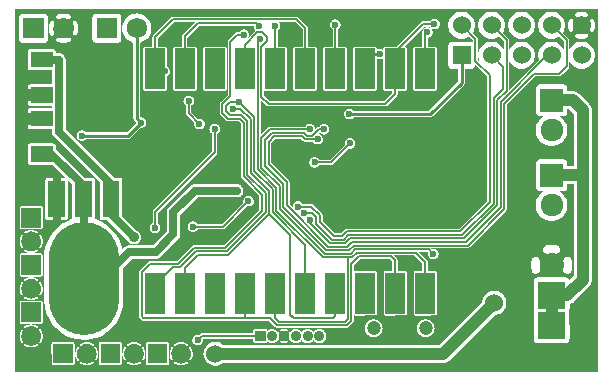
<source format=gbr>
G04 start of page 3 for group 1 idx 1 *
G04 Title: (unknown), solder *
G04 Creator: pcb 1.99z *
G04 CreationDate: Sun May  5 10:03:39 2013 UTC *
G04 For: matt *
G04 Format: Gerber/RS-274X *
G04 PCB-Dimensions (mil): 2165.35 1377.95 *
G04 PCB-Coordinate-Origin: lower left *
%MOIN*%
%FSLAX25Y25*%
%LNBOTTOM*%
%ADD72C,0.0480*%
%ADD71C,0.0380*%
%ADD70C,0.0315*%
%ADD69C,0.0354*%
%ADD68C,0.0118*%
%ADD67C,0.0350*%
%ADD66C,0.0200*%
%ADD65C,0.0236*%
%ADD64C,0.0360*%
%ADD63R,0.0659X0.0659*%
%ADD62R,0.0560X0.0560*%
%ADD61R,0.1420X0.1420*%
%ADD60R,0.0512X0.0512*%
%ADD59C,0.0600*%
%ADD58C,0.0757*%
%ADD57C,0.0800*%
%ADD56C,0.0679*%
%ADD55C,0.0651*%
%ADD54C,0.0473*%
%ADD53C,0.0354*%
%ADD52C,0.0400*%
%ADD51C,0.0059*%
%ADD50C,0.2343*%
%ADD49C,0.0098*%
%ADD48C,0.0100*%
%ADD47C,0.0250*%
%ADD46C,0.0001*%
G54D46*G36*
X195354Y74795D02*X197394D01*
Y44195D01*
X195936Y42738D01*
X195931Y42760D01*
X195841Y42978D01*
X195717Y43180D01*
X195564Y43359D01*
X195384Y43513D01*
X195354Y43531D01*
Y44977D01*
X195356Y44977D01*
X195581Y45008D01*
X195799Y45074D01*
X196004Y45174D01*
X196190Y45304D01*
X196354Y45462D01*
X196491Y45643D01*
X196598Y45844D01*
X196668Y46060D01*
X196819Y46746D01*
X196891Y47444D01*
Y48146D01*
X196819Y48845D01*
X196677Y49533D01*
X196603Y49749D01*
X196496Y49950D01*
X196358Y50132D01*
X196194Y50291D01*
X196006Y50421D01*
X195801Y50521D01*
X195583Y50587D01*
X195356Y50619D01*
X195354Y50619D01*
Y74795D01*
G37*
G36*
X193701Y64003D02*X193750Y64045D01*
X194291Y64678D01*
X194726Y65387D01*
X195044Y66156D01*
X195238Y66966D01*
X195287Y67795D01*
X195238Y68625D01*
X195044Y69434D01*
X194726Y70203D01*
X194291Y70913D01*
X193750Y71546D01*
X193701Y71587D01*
Y72521D01*
X194023Y72522D01*
X194252Y72577D01*
X194470Y72667D01*
X194672Y72791D01*
X194851Y72944D01*
X195005Y73123D01*
X195128Y73325D01*
X195218Y73543D01*
X195274Y73772D01*
X195287Y74008D01*
X195286Y74795D01*
X195354D01*
Y50619D01*
X195128Y50615D01*
X194903Y50575D01*
X194688Y50500D01*
X194486Y50392D01*
X194304Y50255D01*
X194146Y50090D01*
X194015Y49903D01*
X193915Y49698D01*
X193849Y49479D01*
X193817Y49253D01*
X193822Y49025D01*
X193866Y48801D01*
X193953Y48404D01*
X193995Y47999D01*
Y47592D01*
X193953Y47187D01*
X193871Y46788D01*
X193827Y46565D01*
X193823Y46338D01*
X193854Y46112D01*
X193920Y45895D01*
X194020Y45690D01*
X194150Y45504D01*
X194308Y45340D01*
X194489Y45203D01*
X194690Y45095D01*
X194905Y45021D01*
X195129Y44981D01*
X195354Y44977D01*
Y43531D01*
X195183Y43636D01*
X194965Y43726D01*
X194735Y43781D01*
X194500Y43795D01*
X193701Y43794D01*
Y64003D01*
G37*
G36*
Y89003D02*X193750Y89045D01*
X194291Y89678D01*
X194726Y90387D01*
X195044Y91156D01*
X195238Y91966D01*
X195287Y92795D01*
X195238Y93625D01*
X195044Y94434D01*
X194726Y95203D01*
X194291Y95913D01*
X193750Y96546D01*
X193701Y96587D01*
Y97521D01*
X194023Y97522D01*
X194252Y97577D01*
X194470Y97667D01*
X194672Y97791D01*
X194851Y97944D01*
X195005Y98123D01*
X195128Y98325D01*
X195218Y98543D01*
X195274Y98772D01*
X195287Y99008D01*
X195286Y99795D01*
X195844D01*
X197394Y98246D01*
Y80795D01*
X195275D01*
X195274Y81818D01*
X195218Y82048D01*
X195128Y82266D01*
X195005Y82467D01*
X194851Y82647D01*
X194672Y82800D01*
X194470Y82923D01*
X194252Y83014D01*
X194023Y83069D01*
X193787Y83083D01*
X193701Y83083D01*
Y89003D01*
G37*
G36*
Y122841D02*X194193Y122350D01*
Y119432D01*
X194022Y119845D01*
X193701Y120367D01*
Y122841D01*
G37*
G36*
X203613Y133307D02*X205512D01*
Y12244D01*
X203613D01*
Y115097D01*
X203652Y115142D01*
X204022Y115746D01*
X204293Y116400D01*
X204458Y117089D01*
X204500Y117795D01*
X204458Y118501D01*
X204293Y119190D01*
X204022Y119845D01*
X203652Y120448D01*
X203613Y120494D01*
Y125648D01*
X203656Y125655D01*
X203768Y125693D01*
X203873Y125747D01*
X203968Y125817D01*
X204051Y125901D01*
X204119Y125997D01*
X204170Y126104D01*
X204318Y126511D01*
X204422Y126932D01*
X204484Y127362D01*
X204505Y127795D01*
X204484Y128229D01*
X204422Y128658D01*
X204318Y129079D01*
X204175Y129489D01*
X204122Y129595D01*
X204053Y129692D01*
X203970Y129776D01*
X203875Y129847D01*
X203769Y129901D01*
X203657Y129939D01*
X203613Y129946D01*
Y133307D01*
G37*
G36*
Y12244D02*X200002D01*
Y38318D01*
X202432Y40748D01*
X202522Y40825D01*
X202828Y41184D01*
X202828Y41184D01*
X203075Y41587D01*
X203256Y42023D01*
X203366Y42482D01*
X203403Y42953D01*
X203394Y43070D01*
Y77638D01*
X203403Y77756D01*
X203394Y77873D01*
Y99371D01*
X203403Y99488D01*
X203366Y99959D01*
X203256Y100418D01*
X203075Y100854D01*
X202828Y101257D01*
X202522Y101616D01*
X202432Y101693D01*
X200002Y104123D01*
Y113282D01*
X200706Y113337D01*
X201395Y113502D01*
X202049Y113773D01*
X202653Y114143D01*
X203192Y114603D01*
X203613Y115097D01*
Y12244D01*
G37*
G36*
X200002Y133307D02*X203613D01*
Y129946D01*
X203540Y129958D01*
X203421Y129959D01*
X203304Y129941D01*
X203191Y129905D01*
X203085Y129852D01*
X202988Y129783D01*
X202904Y129700D01*
X202833Y129605D01*
X202779Y129499D01*
X202741Y129387D01*
X202722Y129270D01*
X202721Y129151D01*
X202739Y129034D01*
X202777Y128922D01*
X202876Y128650D01*
X202944Y128370D01*
X202986Y128084D01*
X203000Y127795D01*
X202986Y127507D01*
X202944Y127221D01*
X202876Y126940D01*
X202780Y126667D01*
X202742Y126556D01*
X202725Y126439D01*
X202725Y126321D01*
X202745Y126205D01*
X202782Y126093D01*
X202836Y125988D01*
X202906Y125893D01*
X202991Y125810D01*
X203087Y125741D01*
X203192Y125688D01*
X203305Y125653D01*
X203421Y125635D01*
X203539Y125636D01*
X203613Y125648D01*
Y120494D01*
X203192Y120987D01*
X202653Y121447D01*
X202049Y121817D01*
X201395Y122088D01*
X200706Y122254D01*
X200002Y122309D01*
Y123290D01*
X200433Y123311D01*
X200863Y123373D01*
X201284Y123477D01*
X201694Y123621D01*
X201800Y123673D01*
X201896Y123742D01*
X201981Y123825D01*
X202051Y123921D01*
X202106Y124026D01*
X202143Y124139D01*
X202163Y124256D01*
X202164Y124374D01*
X202146Y124491D01*
X202110Y124604D01*
X202057Y124711D01*
X201988Y124807D01*
X201905Y124891D01*
X201809Y124962D01*
X201704Y125016D01*
X201592Y125054D01*
X201475Y125073D01*
X201356Y125074D01*
X201239Y125057D01*
X201126Y125019D01*
X200855Y124920D01*
X200575Y124851D01*
X200289Y124809D01*
X200002Y124795D01*
Y130795D01*
X200289Y130781D01*
X200575Y130740D01*
X200855Y130671D01*
X201128Y130575D01*
X201239Y130537D01*
X201356Y130520D01*
X201474Y130521D01*
X201591Y130540D01*
X201703Y130577D01*
X201807Y130632D01*
X201902Y130702D01*
X201985Y130786D01*
X202054Y130882D01*
X202107Y130987D01*
X202143Y131100D01*
X202160Y131217D01*
X202159Y131335D01*
X202140Y131451D01*
X202103Y131563D01*
X202048Y131668D01*
X201978Y131763D01*
X201894Y131846D01*
X201798Y131915D01*
X201692Y131965D01*
X201284Y132114D01*
X200863Y132217D01*
X200433Y132280D01*
X200002Y132300D01*
Y133307D01*
G37*
G36*
Y104123D02*X199291Y104833D01*
X199214Y104923D01*
X198855Y105230D01*
X198453Y105477D01*
X198017Y105657D01*
X197557Y105767D01*
X197087Y105805D01*
X196969Y105795D01*
X195275D01*
X195274Y106818D01*
X195218Y107048D01*
X195128Y107266D01*
X195005Y107467D01*
X194851Y107647D01*
X194672Y107800D01*
X194470Y107923D01*
X194252Y108014D01*
X194023Y108069D01*
X193787Y108083D01*
X193701Y108083D01*
Y111583D01*
X195680Y113562D01*
X195707Y113584D01*
X195798Y113690D01*
X195870Y113809D01*
X195924Y113938D01*
X195956Y114074D01*
X195967Y114213D01*
X195965Y114247D01*
Y115779D01*
X195978Y115746D01*
X196348Y115142D01*
X196808Y114603D01*
X197347Y114143D01*
X197951Y113773D01*
X198605Y113502D01*
X199294Y113337D01*
X200000Y113281D01*
X200002Y113282D01*
Y104123D01*
G37*
G36*
Y12244D02*X193701D01*
Y21808D01*
X194735Y21809D01*
X194965Y21864D01*
X195183Y21955D01*
X195384Y22078D01*
X195564Y22231D01*
X195717Y22411D01*
X195841Y22612D01*
X195931Y22830D01*
X195986Y23060D01*
X196000Y23295D01*
X195986Y32531D01*
X195931Y32760D01*
X195916Y32795D01*
X195931Y32830D01*
X195986Y33060D01*
X196000Y33295D01*
X195998Y34893D01*
X196166Y34933D01*
X196602Y35114D01*
X197005Y35361D01*
X197364Y35667D01*
X197441Y35757D01*
X200002Y38318D01*
Y12244D01*
G37*
G36*
X196387Y133307D02*X200002D01*
Y132300D01*
X200000Y132300D01*
X199567Y132280D01*
X199137Y132217D01*
X198716Y132114D01*
X198306Y131970D01*
X198200Y131918D01*
X198104Y131848D01*
X198019Y131765D01*
X197949Y131670D01*
X197894Y131565D01*
X197857Y131452D01*
X197837Y131335D01*
X197836Y131216D01*
X197854Y131099D01*
X197890Y130986D01*
X197943Y130880D01*
X198012Y130784D01*
X198095Y130699D01*
X198191Y130629D01*
X198296Y130574D01*
X198408Y130537D01*
X198525Y130517D01*
X198644Y130516D01*
X198761Y130534D01*
X198874Y130572D01*
X199145Y130671D01*
X199425Y130740D01*
X199711Y130781D01*
X200000Y130795D01*
X200002Y130795D01*
Y124795D01*
X200000Y124795D01*
X199711Y124809D01*
X199425Y124851D01*
X199145Y124920D01*
X198872Y125015D01*
X198761Y125053D01*
X198644Y125071D01*
X198526Y125070D01*
X198409Y125051D01*
X198297Y125013D01*
X198193Y124959D01*
X198098Y124889D01*
X198015Y124805D01*
X197946Y124709D01*
X197893Y124603D01*
X197857Y124491D01*
X197840Y124374D01*
X197841Y124256D01*
X197860Y124139D01*
X197897Y124027D01*
X197952Y123923D01*
X198022Y123828D01*
X198106Y123745D01*
X198202Y123676D01*
X198308Y123625D01*
X198716Y123477D01*
X199137Y123373D01*
X199567Y123311D01*
X200000Y123290D01*
X200002Y123290D01*
Y122309D01*
X200000Y122309D01*
X199294Y122254D01*
X198605Y122088D01*
X197951Y121817D01*
X197347Y121447D01*
X196808Y120987D01*
X196387Y120494D01*
Y125645D01*
X196460Y125633D01*
X196579Y125632D01*
X196696Y125649D01*
X196809Y125685D01*
X196915Y125738D01*
X197012Y125807D01*
X197096Y125891D01*
X197167Y125986D01*
X197221Y126091D01*
X197259Y126204D01*
X197278Y126321D01*
X197279Y126439D01*
X197261Y126557D01*
X197223Y126669D01*
X197124Y126940D01*
X197056Y127221D01*
X197014Y127507D01*
X197000Y127795D01*
X197014Y128084D01*
X197056Y128370D01*
X197124Y128650D01*
X197220Y128923D01*
X197258Y129035D01*
X197275Y129151D01*
X197275Y129270D01*
X197255Y129386D01*
X197218Y129498D01*
X197164Y129603D01*
X197094Y129698D01*
X197009Y129781D01*
X196913Y129849D01*
X196808Y129902D01*
X196695Y129938D01*
X196579Y129955D01*
X196461Y129955D01*
X196387Y129942D01*
Y133307D01*
G37*
G36*
X193701D02*X196387D01*
Y129942D01*
X196344Y129935D01*
X196232Y129898D01*
X196127Y129844D01*
X196032Y129773D01*
X195949Y129689D01*
X195881Y129593D01*
X195830Y129487D01*
X195682Y129079D01*
X195578Y128658D01*
X195516Y128229D01*
X195495Y127795D01*
X195516Y127362D01*
X195578Y126932D01*
X195682Y126511D01*
X195825Y126102D01*
X195878Y125995D01*
X195947Y125899D01*
X196030Y125814D01*
X196125Y125744D01*
X196231Y125689D01*
X196343Y125652D01*
X196387Y125645D01*
Y120494D01*
X196348Y120448D01*
X195978Y119845D01*
X195965Y119812D01*
Y122682D01*
X195967Y122717D01*
X195956Y122856D01*
X195924Y122991D01*
X195908Y123029D01*
X195870Y123120D01*
X195798Y123239D01*
X195707Y123345D01*
X195680Y123367D01*
X193748Y125300D01*
X194022Y125746D01*
X194293Y126400D01*
X194458Y127089D01*
X194500Y127795D01*
X194458Y128501D01*
X194293Y129190D01*
X194022Y129845D01*
X193701Y130367D01*
Y133307D01*
G37*
G36*
Y71587D02*X193117Y72086D01*
X192411Y72519D01*
X193701Y72521D01*
Y71587D01*
G37*
G36*
Y96587D02*X193117Y97086D01*
X192411Y97519D01*
X193701Y97521D01*
Y96587D01*
G37*
G36*
X189997Y62492D02*X190000Y62492D01*
X190830Y62557D01*
X191639Y62751D01*
X192408Y63070D01*
X193117Y63504D01*
X193701Y64003D01*
Y43794D01*
X192084Y43792D01*
X191902Y43880D01*
X191684Y43946D01*
X191458Y43978D01*
X191230Y43974D01*
X191006Y43929D01*
X190609Y43842D01*
X190204Y43800D01*
X189997D01*
Y51790D01*
X190204D01*
X190609Y51749D01*
X191007Y51666D01*
X191230Y51622D01*
X191458Y51618D01*
X191683Y51649D01*
X191901Y51715D01*
X192105Y51815D01*
X192292Y51945D01*
X192456Y52103D01*
X192593Y52284D01*
X192700Y52485D01*
X192774Y52700D01*
X192814Y52924D01*
X192818Y53151D01*
X192787Y53377D01*
X192721Y53594D01*
X192621Y53799D01*
X192491Y53986D01*
X192333Y54149D01*
X192152Y54287D01*
X191951Y54394D01*
X191735Y54464D01*
X191050Y54614D01*
X190351Y54686D01*
X189997D01*
Y62492D01*
G37*
G36*
Y87492D02*X190000Y87492D01*
X190830Y87557D01*
X191639Y87751D01*
X192408Y88070D01*
X193117Y88504D01*
X193701Y89003D01*
Y83083D01*
X189997Y83076D01*
Y87492D01*
G37*
G36*
Y110768D02*X192485D01*
X192520Y110765D01*
X192658Y110776D01*
X192659Y110776D01*
X192794Y110809D01*
X192923Y110862D01*
X193042Y110935D01*
X193148Y111025D01*
X193171Y111052D01*
X193701Y111583D01*
Y108083D01*
X189997Y108076D01*
Y110768D01*
G37*
G36*
X193701Y12244D02*X189997D01*
Y21802D01*
X193701Y21808D01*
Y12244D01*
G37*
G36*
X184646Y110768D02*X189997D01*
Y108076D01*
X185977Y108069D01*
X185748Y108014D01*
X185530Y107923D01*
X185328Y107800D01*
X185149Y107647D01*
X184995Y107467D01*
X184872Y107266D01*
X184782Y107048D01*
X184726Y106818D01*
X184713Y106583D01*
X184726Y98772D01*
X184782Y98543D01*
X184872Y98325D01*
X184995Y98123D01*
X185149Y97944D01*
X185328Y97791D01*
X185530Y97667D01*
X185748Y97577D01*
X185977Y97522D01*
X186213Y97508D01*
X187575Y97510D01*
X186883Y97086D01*
X186250Y96546D01*
X185709Y95913D01*
X185274Y95203D01*
X184956Y94434D01*
X184762Y93625D01*
X184696Y92795D01*
X184762Y91966D01*
X184956Y91156D01*
X185274Y90387D01*
X185709Y89678D01*
X186250Y89045D01*
X186883Y88504D01*
X187592Y88070D01*
X188361Y87751D01*
X189170Y87557D01*
X189997Y87492D01*
Y83076D01*
X185977Y83069D01*
X185748Y83014D01*
X185530Y82923D01*
X185328Y82800D01*
X185149Y82647D01*
X184995Y82467D01*
X184872Y82266D01*
X184782Y82048D01*
X184726Y81818D01*
X184713Y81583D01*
X184726Y73772D01*
X184782Y73543D01*
X184872Y73325D01*
X184995Y73123D01*
X185149Y72944D01*
X185328Y72791D01*
X185530Y72667D01*
X185748Y72577D01*
X185977Y72522D01*
X186213Y72508D01*
X187575Y72510D01*
X186883Y72086D01*
X186250Y71546D01*
X185709Y70913D01*
X185274Y70203D01*
X184956Y69434D01*
X184762Y68625D01*
X184696Y67795D01*
X184762Y66966D01*
X184956Y66156D01*
X185274Y65387D01*
X185709Y64678D01*
X186250Y64045D01*
X186883Y63504D01*
X187592Y63070D01*
X188361Y62751D01*
X189170Y62557D01*
X189997Y62492D01*
Y54686D01*
X189649D01*
X188950Y54614D01*
X188263Y54472D01*
X188047Y54398D01*
X187845Y54291D01*
X187663Y54153D01*
X187505Y53989D01*
X187374Y53802D01*
X187274Y53596D01*
X187208Y53378D01*
X187176Y53152D01*
X187181Y52923D01*
X187221Y52699D01*
X187295Y52483D01*
X187403Y52282D01*
X187541Y52099D01*
X187705Y51941D01*
X187892Y51810D01*
X188098Y51711D01*
X188316Y51644D01*
X188542Y51613D01*
X188770Y51617D01*
X188994Y51661D01*
X189391Y51749D01*
X189796Y51790D01*
X189997D01*
Y43800D01*
X189796D01*
X189391Y43842D01*
X188993Y43924D01*
X188770Y43968D01*
X188542Y43973D01*
X188317Y43941D01*
X188099Y43875D01*
X187915Y43785D01*
X185265Y43781D01*
X185035Y43726D01*
X184817Y43636D01*
X184646Y43531D01*
Y44972D01*
X184872Y44976D01*
X185097Y45016D01*
X185312Y45091D01*
X185514Y45198D01*
X185696Y45336D01*
X185854Y45500D01*
X185985Y45687D01*
X186085Y45893D01*
X186151Y46111D01*
X186183Y46337D01*
X186178Y46566D01*
X186134Y46789D01*
X186047Y47187D01*
X186005Y47592D01*
Y47999D01*
X186047Y48404D01*
X186129Y48803D01*
X186173Y49025D01*
X186177Y49253D01*
X186146Y49478D01*
X186080Y49696D01*
X185980Y49900D01*
X185850Y50087D01*
X185692Y50251D01*
X185511Y50388D01*
X185310Y50495D01*
X185095Y50570D01*
X184871Y50609D01*
X184646Y50614D01*
Y110768D01*
G37*
G36*
X189997Y12244D02*X184646D01*
Y22059D01*
X184817Y21955D01*
X185035Y21864D01*
X185265Y21809D01*
X185500Y21795D01*
X189997Y21802D01*
Y12244D01*
G37*
G36*
X184646D02*X148027D01*
Y15307D01*
X153780D01*
X153898Y15298D01*
X154368Y15335D01*
X154368Y15335D01*
X154828Y15445D01*
X155264Y15626D01*
X155666Y15873D01*
X156026Y16179D01*
X156102Y16269D01*
X171116Y31283D01*
X171494Y31313D01*
X172106Y31460D01*
X172688Y31701D01*
X173225Y32030D01*
X173703Y32438D01*
X174112Y32917D01*
X174441Y33454D01*
X174682Y34036D01*
X174829Y34648D01*
X174866Y35276D01*
X174829Y35903D01*
X174682Y36515D01*
X174441Y37097D01*
X174112Y37634D01*
X173703Y38113D01*
X173225Y38522D01*
X172688Y38851D01*
X172106Y39092D01*
X171494Y39239D01*
X170866Y39288D01*
X170238Y39239D01*
X169626Y39092D01*
X169045Y38851D01*
X168508Y38522D01*
X168029Y38113D01*
X167620Y37634D01*
X167291Y37097D01*
X167050Y36515D01*
X166903Y35903D01*
X166873Y35526D01*
X152655Y21307D01*
X148027D01*
Y23847D01*
X148031Y23846D01*
X148495Y23883D01*
X148948Y23991D01*
X149377Y24169D01*
X149774Y24413D01*
X150128Y24715D01*
X150430Y25068D01*
X150673Y25465D01*
X150851Y25895D01*
X150960Y26347D01*
X150987Y26811D01*
X150960Y27275D01*
X150851Y27727D01*
X150673Y28157D01*
X150430Y28554D01*
X150128Y28907D01*
X149774Y29209D01*
X149377Y29453D01*
X148948Y29631D01*
X148495Y29739D01*
X148031Y29776D01*
X148027Y29775D01*
Y31042D01*
X151262Y31044D01*
X151353Y31066D01*
X151439Y31101D01*
X151518Y31150D01*
X151589Y31211D01*
X151649Y31281D01*
X151698Y31361D01*
X151733Y31447D01*
X151755Y31537D01*
X151761Y31630D01*
X151755Y45313D01*
X151733Y45404D01*
X151698Y45490D01*
X151649Y45569D01*
X151589Y45640D01*
X151518Y45700D01*
X151439Y45749D01*
X151353Y45785D01*
X151262Y45806D01*
X151170Y45812D01*
X148720Y45810D01*
Y48824D01*
X148723Y48858D01*
X148712Y48997D01*
X148680Y49133D01*
X148664Y49171D01*
X148626Y49262D01*
X148553Y49381D01*
X148463Y49487D01*
X148436Y49509D01*
X148027Y49919D01*
Y52303D01*
X148649D01*
X148879Y52073D01*
X148835Y51892D01*
X148814Y51614D01*
X148835Y51336D01*
X148901Y51065D01*
X149007Y50807D01*
X149153Y50570D01*
X149334Y50358D01*
X149546Y50177D01*
X149784Y50031D01*
X150041Y49924D01*
X150313Y49859D01*
X150591Y49837D01*
X150869Y49859D01*
X151140Y49924D01*
X151397Y50031D01*
X151635Y50177D01*
X151847Y50358D01*
X152028Y50570D01*
X152174Y50807D01*
X152281Y51065D01*
X152346Y51336D01*
X152362Y51614D01*
X152346Y51892D01*
X152281Y52163D01*
X152174Y52421D01*
X152028Y52659D01*
X151847Y52871D01*
X151635Y53052D01*
X151397Y53198D01*
X151140Y53304D01*
X150869Y53369D01*
X150591Y53391D01*
X150313Y53369D01*
X150132Y53326D01*
X149973Y53484D01*
X161973D01*
X162008Y53482D01*
X162147Y53492D01*
X162147Y53493D01*
X162282Y53525D01*
X162411Y53578D01*
X162530Y53651D01*
X162636Y53742D01*
X162659Y53768D01*
X174814Y65924D01*
X174841Y65947D01*
X174931Y66053D01*
X175004Y66171D01*
X175058Y66300D01*
X175090Y66436D01*
X175101Y66575D01*
X175098Y66610D01*
Y101247D01*
X184619Y110768D01*
X184646D01*
Y50614D01*
X184644Y50614D01*
X184419Y50582D01*
X184201Y50516D01*
X183996Y50417D01*
X183810Y50287D01*
X183646Y50129D01*
X183509Y49947D01*
X183402Y49747D01*
X183332Y49530D01*
X183181Y48845D01*
X183109Y48146D01*
Y47444D01*
X183181Y46746D01*
X183323Y46058D01*
X183397Y45842D01*
X183504Y45640D01*
X183642Y45458D01*
X183806Y45300D01*
X183994Y45169D01*
X184199Y45070D01*
X184417Y45003D01*
X184644Y44972D01*
X184646Y44972D01*
Y43531D01*
X184616Y43513D01*
X184436Y43359D01*
X184283Y43180D01*
X184159Y42978D01*
X184069Y42760D01*
X184014Y42531D01*
X184000Y42295D01*
X184014Y33060D01*
X184069Y32830D01*
X184084Y32795D01*
X184069Y32760D01*
X184014Y32531D01*
X184000Y32295D01*
X184014Y23060D01*
X184069Y22830D01*
X184159Y22612D01*
X184283Y22411D01*
X184436Y22231D01*
X184616Y22078D01*
X184646Y22059D01*
Y12244D01*
G37*
G36*
X148027Y49919D02*X145642Y52303D01*
X148027D01*
Y49919D01*
G37*
G36*
Y21307D02*X130705D01*
Y23847D01*
X130709Y23846D01*
X131173Y23883D01*
X131626Y23991D01*
X132055Y24169D01*
X132452Y24413D01*
X132806Y24715D01*
X133108Y25068D01*
X133351Y25465D01*
X133529Y25895D01*
X133638Y26347D01*
X133665Y26811D01*
X133638Y27275D01*
X133529Y27727D01*
X133351Y28157D01*
X133108Y28554D01*
X132806Y28907D01*
X132452Y29209D01*
X132055Y29453D01*
X131626Y29631D01*
X131173Y29739D01*
X130709Y29776D01*
X130705Y29775D01*
Y31044D01*
X131262Y31044D01*
X131353Y31066D01*
X131439Y31101D01*
X131518Y31150D01*
X131589Y31211D01*
X131649Y31281D01*
X131698Y31361D01*
X131733Y31447D01*
X131755Y31537D01*
X131761Y31630D01*
X131755Y45313D01*
X131733Y45404D01*
X131698Y45490D01*
X131649Y45569D01*
X131589Y45640D01*
X131518Y45700D01*
X131439Y45749D01*
X131353Y45785D01*
X131262Y45806D01*
X131170Y45812D01*
X130705Y45811D01*
Y49941D01*
X136050D01*
X136909Y49082D01*
Y45808D01*
X134486Y45806D01*
X134395Y45785D01*
X134309Y45749D01*
X134230Y45700D01*
X134159Y45640D01*
X134099Y45569D01*
X134050Y45490D01*
X134015Y45404D01*
X133993Y45313D01*
X133988Y45221D01*
X133993Y31537D01*
X134015Y31447D01*
X134050Y31361D01*
X134099Y31281D01*
X134159Y31211D01*
X134230Y31150D01*
X134309Y31101D01*
X134395Y31066D01*
X134486Y31044D01*
X134579Y31039D01*
X141262Y31044D01*
X141353Y31066D01*
X141439Y31101D01*
X141518Y31150D01*
X141589Y31211D01*
X141649Y31281D01*
X141698Y31361D01*
X141733Y31447D01*
X141755Y31537D01*
X141761Y31630D01*
X141755Y45313D01*
X141733Y45404D01*
X141698Y45490D01*
X141649Y45569D01*
X141589Y45640D01*
X141518Y45700D01*
X141439Y45749D01*
X141353Y45785D01*
X141262Y45806D01*
X141170Y45812D01*
X138681Y45810D01*
Y49414D01*
X138684Y49449D01*
X138673Y49588D01*
X138640Y49723D01*
X138587Y49852D01*
X138514Y49971D01*
X138514Y49971D01*
X138424Y50077D01*
X138397Y50100D01*
X137375Y51122D01*
X144318D01*
X146949Y48491D01*
Y45808D01*
X144486Y45806D01*
X144395Y45785D01*
X144309Y45749D01*
X144230Y45700D01*
X144159Y45640D01*
X144099Y45569D01*
X144050Y45490D01*
X144015Y45404D01*
X143993Y45313D01*
X143988Y45221D01*
X143993Y31537D01*
X144015Y31447D01*
X144050Y31361D01*
X144099Y31281D01*
X144159Y31211D01*
X144230Y31150D01*
X144309Y31101D01*
X144395Y31066D01*
X144486Y31044D01*
X144579Y31039D01*
X148027Y31042D01*
Y29775D01*
X147568Y29739D01*
X147115Y29631D01*
X146686Y29453D01*
X146289Y29209D01*
X145935Y28907D01*
X145633Y28554D01*
X145390Y28157D01*
X145212Y27727D01*
X145103Y27275D01*
X145067Y26811D01*
X145103Y26347D01*
X145212Y25895D01*
X145390Y25465D01*
X145633Y25068D01*
X145935Y24715D01*
X146289Y24413D01*
X146686Y24169D01*
X147115Y23991D01*
X147568Y23883D01*
X148027Y23847D01*
Y21307D01*
G37*
G36*
X130705Y45811D02*X124486Y45806D01*
X124395Y45785D01*
X124309Y45749D01*
X124230Y45700D01*
X124159Y45640D01*
X124114Y45587D01*
Y47901D01*
X126154Y49941D01*
X130705D01*
Y45811D01*
G37*
G36*
Y21307D02*X117835D01*
Y26909D01*
X121619D01*
X121654Y26907D01*
X121793Y26918D01*
X121928Y26950D01*
X122057Y27004D01*
X122176Y27076D01*
X122282Y27167D01*
X122304Y27193D01*
X123830Y28719D01*
X123857Y28742D01*
X123947Y28848D01*
X123947Y28848D01*
X124020Y28967D01*
X124073Y29095D01*
X124106Y29231D01*
X124117Y29370D01*
X124114Y29405D01*
Y31263D01*
X124159Y31211D01*
X124230Y31150D01*
X124309Y31101D01*
X124395Y31066D01*
X124486Y31044D01*
X124579Y31039D01*
X130705Y31044D01*
Y29775D01*
X130246Y29739D01*
X129793Y29631D01*
X129364Y29453D01*
X128967Y29209D01*
X128613Y28907D01*
X128311Y28554D01*
X128068Y28157D01*
X127890Y27727D01*
X127781Y27275D01*
X127745Y26811D01*
X127781Y26347D01*
X127890Y25895D01*
X128068Y25465D01*
X128311Y25068D01*
X128613Y24715D01*
X128967Y24413D01*
X129364Y24169D01*
X129793Y23991D01*
X130246Y23883D01*
X130705Y23847D01*
Y21307D01*
G37*
G36*
X148027Y12244D02*X117835D01*
Y15307D01*
X148027D01*
Y12244D01*
G37*
G36*
X147835Y97185D02*X149564D01*
X149606Y97182D01*
X149776Y97195D01*
X149942Y97235D01*
X150099Y97300D01*
X150245Y97389D01*
X150374Y97500D01*
X150402Y97532D01*
X160736Y107866D01*
X160768Y107894D01*
X160878Y108023D01*
X160879Y108023D01*
X160968Y108168D01*
X161033Y108326D01*
X161073Y108492D01*
X161086Y108661D01*
X161083Y108704D01*
Y113304D01*
X163235Y113309D01*
X163465Y113364D01*
X163683Y113455D01*
X163884Y113578D01*
X164064Y113731D01*
X164217Y113911D01*
X164341Y114112D01*
X164431Y114330D01*
X164486Y114560D01*
X164500Y114795D01*
X164500Y114798D01*
X168602Y110696D01*
Y69304D01*
X159279Y59980D01*
X147835D01*
Y97185D01*
G37*
G36*
X179993Y133307D02*X193701D01*
Y130367D01*
X193652Y130448D01*
X193192Y130987D01*
X192653Y131447D01*
X192049Y131817D01*
X191395Y132088D01*
X190706Y132254D01*
X190000Y132309D01*
X189294Y132254D01*
X188605Y132088D01*
X187951Y131817D01*
X187347Y131447D01*
X186808Y130987D01*
X186348Y130448D01*
X185978Y129845D01*
X185707Y129190D01*
X185542Y128501D01*
X185486Y127795D01*
X185542Y127089D01*
X185707Y126400D01*
X185978Y125746D01*
X186348Y125142D01*
X186808Y124603D01*
X187347Y124143D01*
X187951Y123773D01*
X188605Y123502D01*
X189294Y123337D01*
X190000Y123281D01*
X190706Y123337D01*
X191395Y123502D01*
X192049Y123773D01*
X192496Y124047D01*
X193701Y122841D01*
Y120367D01*
X193652Y120448D01*
X193192Y120987D01*
X192653Y121447D01*
X192049Y121817D01*
X191395Y122088D01*
X190706Y122254D01*
X190000Y122309D01*
X189294Y122254D01*
X188605Y122088D01*
X187951Y121817D01*
X187347Y121447D01*
X186808Y120987D01*
X186348Y120448D01*
X185978Y119845D01*
X185707Y119190D01*
X185542Y118501D01*
X185486Y117795D01*
X185542Y117089D01*
X185707Y116400D01*
X185785Y116211D01*
X179993Y110419D01*
Y113282D01*
X180000Y113281D01*
X180706Y113337D01*
X181395Y113502D01*
X182049Y113773D01*
X182653Y114143D01*
X183192Y114603D01*
X183652Y115142D01*
X184022Y115746D01*
X184293Y116400D01*
X184458Y117089D01*
X184500Y117795D01*
X184458Y118501D01*
X184293Y119190D01*
X184022Y119845D01*
X183652Y120448D01*
X183192Y120987D01*
X182653Y121447D01*
X182049Y121817D01*
X181395Y122088D01*
X180706Y122254D01*
X180000Y122309D01*
X179993Y122309D01*
Y123282D01*
X180000Y123281D01*
X180706Y123337D01*
X181395Y123502D01*
X182049Y123773D01*
X182653Y124143D01*
X183192Y124603D01*
X183652Y125142D01*
X184022Y125746D01*
X184293Y126400D01*
X184458Y127089D01*
X184500Y127795D01*
X184458Y128501D01*
X184293Y129190D01*
X184022Y129845D01*
X183652Y130448D01*
X183192Y130987D01*
X182653Y131447D01*
X182049Y131817D01*
X181395Y132088D01*
X180706Y132254D01*
X180000Y132309D01*
X179993Y132309D01*
Y133307D01*
G37*
G36*
Y110419D02*X175886Y106312D01*
Y115394D01*
X175886Y115395D01*
Y115969D01*
X175978Y115746D01*
X176348Y115142D01*
X176808Y114603D01*
X177347Y114143D01*
X177951Y113773D01*
X178605Y113502D01*
X179294Y113337D01*
X179993Y113282D01*
Y110419D01*
G37*
G36*
X147835Y133307D02*X179993D01*
Y132309D01*
X179294Y132254D01*
X178605Y132088D01*
X177951Y131817D01*
X177347Y131447D01*
X176808Y130987D01*
X176348Y130448D01*
X175978Y129845D01*
X175707Y129190D01*
X175542Y128501D01*
X175486Y127795D01*
X175542Y127089D01*
X175707Y126400D01*
X175978Y125746D01*
X176348Y125142D01*
X176808Y124603D01*
X177347Y124143D01*
X177951Y123773D01*
X178605Y123502D01*
X179294Y123337D01*
X179993Y123282D01*
Y122309D01*
X179294Y122254D01*
X178605Y122088D01*
X177951Y121817D01*
X177347Y121447D01*
X176808Y120987D01*
X176348Y120448D01*
X175978Y119845D01*
X175886Y119622D01*
Y122761D01*
X175889Y122795D01*
X175878Y122934D01*
X175845Y123070D01*
X175829Y123108D01*
X175792Y123199D01*
X175719Y123318D01*
X175628Y123424D01*
X175602Y123446D01*
X173748Y125300D01*
X174022Y125746D01*
X174293Y126400D01*
X174458Y127089D01*
X174500Y127795D01*
X174458Y128501D01*
X174293Y129190D01*
X174022Y129845D01*
X173652Y130448D01*
X173192Y130987D01*
X172653Y131447D01*
X172049Y131817D01*
X171395Y132088D01*
X170706Y132254D01*
X170000Y132309D01*
X169294Y132254D01*
X168605Y132088D01*
X167951Y131817D01*
X167347Y131447D01*
X166808Y130987D01*
X166348Y130448D01*
X165978Y129845D01*
X165707Y129190D01*
X165542Y128501D01*
X165486Y127795D01*
X165542Y127089D01*
X165707Y126400D01*
X165978Y125746D01*
X166348Y125142D01*
X166808Y124603D01*
X167347Y124143D01*
X167951Y123773D01*
X168605Y123502D01*
X169294Y123337D01*
X170000Y123281D01*
X170706Y123337D01*
X171395Y123502D01*
X172049Y123773D01*
X172496Y124047D01*
X174114Y122428D01*
Y119622D01*
X174022Y119845D01*
X173652Y120448D01*
X173192Y120987D01*
X172653Y121447D01*
X172049Y121817D01*
X171395Y122088D01*
X170706Y122254D01*
X170000Y122309D01*
X169294Y122254D01*
X168605Y122088D01*
X167951Y121817D01*
X167347Y121447D01*
X166808Y120987D01*
X166348Y120448D01*
X165978Y119845D01*
X165707Y119190D01*
X165542Y118501D01*
X165486Y117795D01*
X165542Y117089D01*
X165707Y116400D01*
X165922Y115882D01*
X165453Y116351D01*
Y123194D01*
X165455Y123228D01*
X165444Y123367D01*
X165412Y123503D01*
X165396Y123541D01*
X165359Y123632D01*
X165286Y123751D01*
X165195Y123857D01*
X165169Y123879D01*
X163748Y125300D01*
X164022Y125746D01*
X164293Y126400D01*
X164458Y127089D01*
X164500Y127795D01*
X164458Y128501D01*
X164293Y129190D01*
X164022Y129845D01*
X163652Y130448D01*
X163192Y130987D01*
X162653Y131447D01*
X162049Y131817D01*
X161395Y132088D01*
X160706Y132254D01*
X160000Y132309D01*
X159294Y132254D01*
X158605Y132088D01*
X157951Y131817D01*
X157347Y131447D01*
X156808Y130987D01*
X156348Y130448D01*
X155978Y129845D01*
X155707Y129190D01*
X155542Y128501D01*
X155486Y127795D01*
X155542Y127089D01*
X155707Y126400D01*
X155978Y125746D01*
X156348Y125142D01*
X156808Y124603D01*
X157347Y124143D01*
X157951Y123773D01*
X158605Y123502D01*
X159294Y123337D01*
X160000Y123281D01*
X160706Y123337D01*
X161395Y123502D01*
X162049Y123773D01*
X162496Y124047D01*
X163681Y122861D01*
Y122137D01*
X163465Y122226D01*
X163235Y122281D01*
X163000Y122295D01*
X156765Y122281D01*
X156535Y122226D01*
X156317Y122136D01*
X156116Y122013D01*
X155936Y121859D01*
X155783Y121680D01*
X155659Y121478D01*
X155569Y121260D01*
X155514Y121031D01*
X155500Y120795D01*
X155514Y114560D01*
X155569Y114330D01*
X155659Y114112D01*
X155783Y113911D01*
X155936Y113731D01*
X156116Y113578D01*
X156317Y113455D01*
X156535Y113364D01*
X156765Y113309D01*
X157000Y113295D01*
X158917Y113300D01*
Y109110D01*
X149158Y99350D01*
X147835D01*
Y105884D01*
X151223Y105887D01*
X151313Y105908D01*
X151399Y105944D01*
X151479Y105993D01*
X151549Y106053D01*
X151610Y106124D01*
X151658Y106203D01*
X151694Y106289D01*
X151716Y106379D01*
X151721Y106472D01*
X151716Y120156D01*
X151694Y120246D01*
X151658Y120332D01*
X151610Y120412D01*
X151549Y120482D01*
X151479Y120543D01*
X151399Y120591D01*
X151313Y120627D01*
X151223Y120649D01*
X151130Y120654D01*
X148720Y120652D01*
Y123664D01*
X148900Y123678D01*
X149171Y123743D01*
X149429Y123850D01*
X149667Y123995D01*
X149879Y124177D01*
X150060Y124389D01*
X150205Y124626D01*
X150312Y124884D01*
X150377Y125155D01*
X150394Y125433D01*
X150377Y125711D01*
X150312Y125982D01*
X150205Y126240D01*
X150060Y126478D01*
X149879Y126690D01*
X149667Y126871D01*
X149429Y127016D01*
X149171Y127123D01*
X148900Y127188D01*
X148622Y127210D01*
X148344Y127188D01*
X148073Y127123D01*
X147835Y127024D01*
Y127303D01*
X149449D01*
X149547Y127144D01*
X149728Y126932D01*
X149940Y126751D01*
X150178Y126606D01*
X150435Y126499D01*
X150706Y126434D01*
X150984Y126412D01*
X151262Y126434D01*
X151533Y126499D01*
X151791Y126606D01*
X152029Y126751D01*
X152241Y126932D01*
X152422Y127144D01*
X152568Y127382D01*
X152674Y127640D01*
X152739Y127911D01*
X152756Y128189D01*
X152739Y128467D01*
X152674Y128738D01*
X152568Y128996D01*
X152422Y129233D01*
X152241Y129446D01*
X152029Y129627D01*
X151791Y129772D01*
X151533Y129879D01*
X151262Y129944D01*
X150984Y129966D01*
X150706Y129944D01*
X150435Y129879D01*
X150178Y129772D01*
X149940Y129627D01*
X149728Y129446D01*
X149547Y129233D01*
X149449Y129075D01*
X147835D01*
Y133307D01*
G37*
G36*
Y99350D02*X124043D01*
X123894Y99524D01*
X123682Y99705D01*
X123445Y99851D01*
X123187Y99958D01*
X122916Y100023D01*
X122638Y100045D01*
X122360Y100023D01*
X122089Y99958D01*
X121831Y99851D01*
X121593Y99705D01*
X121381Y99524D01*
X121200Y99312D01*
X121055Y99074D01*
X120948Y98817D01*
X120883Y98546D01*
X120861Y98268D01*
X120883Y97990D01*
X120948Y97719D01*
X121055Y97461D01*
X121200Y97223D01*
X121381Y97011D01*
X121593Y96830D01*
X121831Y96684D01*
X122089Y96578D01*
X122360Y96513D01*
X122638Y96491D01*
X122916Y96513D01*
X123187Y96578D01*
X123445Y96684D01*
X123682Y96830D01*
X123894Y97011D01*
X124043Y97185D01*
X147835D01*
Y59980D01*
X121688D01*
X121654Y59983D01*
X121515Y59972D01*
X121379Y59940D01*
X121250Y59886D01*
X121131Y59813D01*
X121131Y59813D01*
X121025Y59723D01*
X121003Y59696D01*
X119712Y58406D01*
X117835D01*
Y82173D01*
X122376Y86714D01*
X122557Y86670D01*
X122835Y86648D01*
X123113Y86670D01*
X123384Y86735D01*
X123641Y86842D01*
X123879Y86988D01*
X124091Y87169D01*
X124272Y87381D01*
X124418Y87618D01*
X124525Y87876D01*
X124590Y88147D01*
X124606Y88425D01*
X124590Y88703D01*
X124525Y88974D01*
X124418Y89232D01*
X124272Y89470D01*
X124091Y89682D01*
X123879Y89863D01*
X123641Y90008D01*
X123384Y90115D01*
X123113Y90180D01*
X122835Y90202D01*
X122557Y90180D01*
X122286Y90115D01*
X122028Y90008D01*
X121790Y89863D01*
X121578Y89682D01*
X121397Y89470D01*
X121251Y89232D01*
X121145Y88974D01*
X121080Y88703D01*
X121058Y88425D01*
X121080Y88147D01*
X121123Y87966D01*
X117835Y84678D01*
Y100728D01*
X134414D01*
X134449Y100726D01*
X134588Y100737D01*
X134588Y100737D01*
X134723Y100769D01*
X134852Y100823D01*
X134971Y100895D01*
X135077Y100986D01*
X135100Y101012D01*
X138436Y104349D01*
X138463Y104372D01*
X138553Y104478D01*
X138626Y104597D01*
X138680Y104725D01*
X138712Y104861D01*
X138723Y105000D01*
X138720Y105035D01*
Y105885D01*
X141223Y105887D01*
X141313Y105908D01*
X141399Y105944D01*
X141479Y105993D01*
X141549Y106053D01*
X141610Y106124D01*
X141658Y106203D01*
X141694Y106289D01*
X141716Y106379D01*
X141721Y106472D01*
X141716Y120156D01*
X141694Y120246D01*
X141658Y120332D01*
X141610Y120412D01*
X141549Y120482D01*
X141479Y120543D01*
X141399Y120591D01*
X141313Y120627D01*
X141223Y120649D01*
X141130Y120654D01*
X140765Y120654D01*
X147414Y127303D01*
X147835D01*
Y127024D01*
X147815Y127016D01*
X147578Y126871D01*
X147366Y126690D01*
X147184Y126478D01*
X147039Y126240D01*
X146932Y125982D01*
X146867Y125711D01*
X146845Y125433D01*
X146867Y125155D01*
X146932Y124884D01*
X146963Y124809D01*
X146957Y124785D01*
X146946Y124646D01*
X146949Y124611D01*
Y120651D01*
X144446Y120649D01*
X144356Y120627D01*
X144270Y120591D01*
X144191Y120543D01*
X144120Y120482D01*
X144060Y120412D01*
X144011Y120332D01*
X143975Y120246D01*
X143954Y120156D01*
X143948Y120063D01*
X143954Y106379D01*
X143975Y106289D01*
X144011Y106203D01*
X144060Y106124D01*
X144120Y106053D01*
X144191Y105993D01*
X144270Y105944D01*
X144356Y105908D01*
X144446Y105887D01*
X144539Y105881D01*
X147835Y105884D01*
Y99350D01*
G37*
G36*
X117835Y133307D02*X147835D01*
Y129075D01*
X147082D01*
X147047Y129078D01*
X146908Y129067D01*
X146773Y129034D01*
X146644Y128981D01*
X146525Y128908D01*
X146525Y128908D01*
X146419Y128817D01*
X146396Y128791D01*
X138257Y120652D01*
X134446Y120649D01*
X134356Y120627D01*
X134270Y120591D01*
X134191Y120543D01*
X134120Y120482D01*
X134060Y120412D01*
X134011Y120332D01*
X133975Y120246D01*
X133954Y120156D01*
X133948Y120063D01*
X133948Y119389D01*
X133934Y119406D01*
X133722Y119587D01*
X133484Y119733D01*
X133226Y119840D01*
X132955Y119905D01*
X132677Y119927D01*
X132399Y119905D01*
X132128Y119840D01*
X131870Y119733D01*
X131716Y119638D01*
X131716Y120156D01*
X131694Y120246D01*
X131658Y120332D01*
X131610Y120412D01*
X131549Y120482D01*
X131479Y120543D01*
X131399Y120591D01*
X131313Y120627D01*
X131223Y120649D01*
X131130Y120654D01*
X124446Y120649D01*
X124356Y120627D01*
X124270Y120591D01*
X124191Y120543D01*
X124120Y120482D01*
X124060Y120412D01*
X124011Y120332D01*
X123975Y120246D01*
X123954Y120156D01*
X123948Y120063D01*
X123954Y106379D01*
X123975Y106289D01*
X124011Y106203D01*
X124060Y106124D01*
X124120Y106053D01*
X124191Y105993D01*
X124270Y105944D01*
X124356Y105908D01*
X124446Y105887D01*
X124539Y105881D01*
X131223Y105887D01*
X131313Y105908D01*
X131399Y105944D01*
X131479Y105993D01*
X131549Y106053D01*
X131610Y106124D01*
X131658Y106203D01*
X131694Y106289D01*
X131716Y106379D01*
X131721Y106472D01*
X131717Y116660D01*
X131870Y116566D01*
X132128Y116460D01*
X132399Y116394D01*
X132677Y116373D01*
X132955Y116394D01*
X133226Y116460D01*
X133484Y116566D01*
X133722Y116712D01*
X133934Y116893D01*
X133949Y116911D01*
X133954Y106379D01*
X133975Y106289D01*
X134011Y106203D01*
X134060Y106124D01*
X134120Y106053D01*
X134191Y105993D01*
X134270Y105944D01*
X134356Y105908D01*
X134446Y105887D01*
X134539Y105881D01*
X136949Y105883D01*
Y105367D01*
X134082Y102500D01*
X117835D01*
Y105884D01*
X121223Y105887D01*
X121313Y105908D01*
X121399Y105944D01*
X121479Y105993D01*
X121549Y106053D01*
X121610Y106124D01*
X121658Y106203D01*
X121694Y106289D01*
X121716Y106379D01*
X121721Y106472D01*
X121716Y120156D01*
X121694Y120246D01*
X121658Y120332D01*
X121610Y120412D01*
X121549Y120482D01*
X121479Y120543D01*
X121399Y120591D01*
X121313Y120627D01*
X121223Y120649D01*
X121130Y120654D01*
X118799Y120652D01*
Y126457D01*
X118958Y126555D01*
X119170Y126736D01*
X119351Y126948D01*
X119497Y127185D01*
X119603Y127443D01*
X119668Y127714D01*
X119685Y127992D01*
X119668Y128270D01*
X119603Y128541D01*
X119497Y128799D01*
X119351Y129037D01*
X119170Y129249D01*
X118958Y129430D01*
X118720Y129575D01*
X118462Y129682D01*
X118191Y129747D01*
X117913Y129769D01*
X117835Y129763D01*
Y133307D01*
G37*
G36*
Y58406D02*X117690D01*
X113681Y62414D01*
Y64375D01*
X113684Y64409D01*
X113673Y64548D01*
X113640Y64684D01*
X113587Y64813D01*
X113514Y64932D01*
X113514Y64932D01*
X113424Y65038D01*
X113397Y65060D01*
X110493Y67964D01*
X110471Y67991D01*
X110365Y68081D01*
X110365Y68081D01*
X110246Y68154D01*
X110117Y68207D01*
X109982Y68240D01*
X109843Y68251D01*
X109808Y68248D01*
X107047D01*
X106949Y68407D01*
X106768Y68619D01*
X106556Y68800D01*
X106319Y68946D01*
X106061Y69052D01*
X105790Y69117D01*
X105512Y69139D01*
X105234Y69117D01*
X104963Y69052D01*
X104705Y68946D01*
X104467Y68800D01*
X104255Y68619D01*
X104074Y68407D01*
X103928Y68169D01*
X103822Y67911D01*
X103757Y67640D01*
X103735Y67362D01*
X103757Y67084D01*
X103776Y67004D01*
X102657Y68123D01*
Y75398D01*
X102660Y75433D01*
X102649Y75572D01*
X102617Y75708D01*
X102601Y75745D01*
X102563Y75836D01*
X102490Y75955D01*
X102400Y76061D01*
X102373Y76084D01*
X96555Y81902D01*
Y88649D01*
X97808Y89902D01*
X106523D01*
X107223Y89202D01*
X107246Y89175D01*
X107352Y89084D01*
X107471Y89011D01*
X107599Y88958D01*
X107735Y88926D01*
X107738Y88925D01*
X107874Y88915D01*
X107908Y88917D01*
X110473D01*
X110570Y88759D01*
X110751Y88547D01*
X110963Y88366D01*
X111201Y88220D01*
X111459Y88113D01*
X111730Y88048D01*
X112008Y88026D01*
X112286Y88048D01*
X112557Y88113D01*
X112815Y88220D01*
X113052Y88366D01*
X113264Y88547D01*
X113446Y88759D01*
X113591Y88996D01*
X113698Y89254D01*
X113763Y89525D01*
X113779Y89803D01*
X113763Y90081D01*
X113698Y90352D01*
X113591Y90610D01*
X113446Y90848D01*
X113264Y91060D01*
X113052Y91241D01*
X112815Y91386D01*
X112557Y91493D01*
X112286Y91558D01*
X112079Y91575D01*
X112688Y92183D01*
X112736Y92105D01*
X112917Y91893D01*
X113129Y91712D01*
X113366Y91566D01*
X113624Y91460D01*
X113895Y91394D01*
X114173Y91373D01*
X114451Y91394D01*
X114722Y91460D01*
X114980Y91566D01*
X115218Y91712D01*
X115430Y91893D01*
X115611Y92105D01*
X115757Y92343D01*
X115863Y92600D01*
X115928Y92872D01*
X115945Y93150D01*
X115928Y93428D01*
X115863Y93699D01*
X115757Y93956D01*
X115611Y94194D01*
X115430Y94406D01*
X115218Y94587D01*
X114980Y94733D01*
X114722Y94840D01*
X114451Y94905D01*
X114173Y94927D01*
X113895Y94905D01*
X113624Y94840D01*
X113366Y94733D01*
X113129Y94587D01*
X112917Y94406D01*
X112736Y94194D01*
X112638Y94035D01*
X112436D01*
X112402Y94038D01*
X112263Y94027D01*
X112127Y93995D01*
X111998Y93941D01*
X111879Y93868D01*
X111879Y93868D01*
X111773Y93778D01*
X111751Y93751D01*
X111216Y93217D01*
X111204Y93428D01*
X111139Y93699D01*
X111032Y93956D01*
X110886Y94194D01*
X110705Y94406D01*
X110493Y94587D01*
X110256Y94733D01*
X109998Y94840D01*
X109727Y94905D01*
X109449Y94927D01*
X109171Y94905D01*
X108900Y94840D01*
X108642Y94733D01*
X108404Y94587D01*
X108192Y94406D01*
X108011Y94194D01*
X107914Y94035D01*
X96295D01*
X96260Y94038D01*
X96121Y94027D01*
X95985Y93995D01*
X95856Y93941D01*
X95738Y93868D01*
X95632Y93778D01*
X95609Y93751D01*
X93012Y91154D01*
Y103019D01*
X95018Y101012D01*
X95041Y100986D01*
X95147Y100895D01*
X95266Y100823D01*
X95395Y100769D01*
X95530Y100737D01*
X95530D01*
X95669Y100726D01*
X95704Y100728D01*
X117835D01*
Y84678D01*
X116169Y83012D01*
X112558D01*
X112461Y83170D01*
X112280Y83382D01*
X112068Y83564D01*
X111830Y83709D01*
X111573Y83816D01*
X111302Y83881D01*
X111024Y83903D01*
X110746Y83881D01*
X110475Y83816D01*
X110217Y83709D01*
X109979Y83564D01*
X109767Y83382D01*
X109586Y83170D01*
X109440Y82933D01*
X109334Y82675D01*
X109269Y82404D01*
X109247Y82126D01*
X109269Y81848D01*
X109334Y81577D01*
X109440Y81319D01*
X109586Y81082D01*
X109767Y80869D01*
X109979Y80688D01*
X110217Y80543D01*
X110475Y80436D01*
X110746Y80371D01*
X111024Y80349D01*
X111302Y80371D01*
X111573Y80436D01*
X111830Y80543D01*
X112068Y80688D01*
X112280Y80869D01*
X112461Y81082D01*
X112558Y81240D01*
X116501D01*
X116535Y81237D01*
X116674Y81248D01*
X116674Y81248D01*
X116810Y81281D01*
X116939Y81334D01*
X117058Y81407D01*
X117164Y81498D01*
X117186Y81524D01*
X117835Y82173D01*
Y58406D01*
G37*
G36*
X70863Y95443D02*X70926Y95380D01*
X70883Y95199D01*
X70863Y94955D01*
Y95443D01*
G37*
G36*
X100788Y15307D02*X117835D01*
Y12244D01*
X100788D01*
Y15307D01*
G37*
G36*
X108632Y26909D02*X117835D01*
Y21307D01*
X108632D01*
Y21885D01*
X108661Y21883D01*
X109032Y21912D01*
X109394Y21998D01*
X109737Y22141D01*
X110054Y22335D01*
X110337Y22577D01*
X110578Y22859D01*
X110630Y22943D01*
X110682Y22859D01*
X110923Y22577D01*
X111206Y22335D01*
X111523Y22141D01*
X111866Y21998D01*
X112228Y21912D01*
X112598Y21883D01*
X112969Y21912D01*
X113331Y21998D01*
X113674Y22141D01*
X113991Y22335D01*
X114274Y22577D01*
X114515Y22859D01*
X114710Y23176D01*
X114852Y23520D01*
X114939Y23881D01*
X114961Y24252D01*
X114939Y24623D01*
X114852Y24984D01*
X114710Y25328D01*
X114515Y25645D01*
X114274Y25927D01*
X113991Y26169D01*
X113674Y26363D01*
X113331Y26505D01*
X112969Y26592D01*
X112598Y26621D01*
X112228Y26592D01*
X111866Y26505D01*
X111523Y26363D01*
X111206Y26169D01*
X110923Y25927D01*
X110682Y25645D01*
X110630Y25561D01*
X110578Y25645D01*
X110337Y25927D01*
X110054Y26169D01*
X109737Y26363D01*
X109394Y26505D01*
X109032Y26592D01*
X108661Y26621D01*
X108632Y26619D01*
Y26909D01*
G37*
G36*
X100788D02*X108632D01*
Y26619D01*
X108291Y26592D01*
X107929Y26505D01*
X107586Y26363D01*
X107269Y26169D01*
X106986Y25927D01*
X106744Y25645D01*
X106693Y25561D01*
X106641Y25645D01*
X106400Y25927D01*
X106117Y26169D01*
X105800Y26363D01*
X105457Y26505D01*
X105095Y26592D01*
X104724Y26621D01*
X104354Y26592D01*
X103992Y26505D01*
X103649Y26363D01*
X103332Y26169D01*
X103049Y25927D01*
X102807Y25645D01*
X102727Y25513D01*
X102686Y25528D01*
X102640Y25538D01*
X102593Y25540D01*
X102547Y25535D01*
X102501Y25523D01*
X102459Y25504D01*
X102420Y25478D01*
X102385Y25447D01*
X102356Y25411D01*
X102332Y25370D01*
X102316Y25326D01*
X102306Y25281D01*
X102304Y25234D01*
X102309Y25187D01*
X102321Y25142D01*
X102341Y25100D01*
X102413Y24956D01*
X102444Y24874D01*
X102384Y24623D01*
X102355Y24252D01*
X102384Y23881D01*
X102444Y23630D01*
X102413Y23548D01*
X102342Y23403D01*
X102323Y23361D01*
X102310Y23316D01*
X102306Y23270D01*
X102308Y23224D01*
X102317Y23178D01*
X102334Y23135D01*
X102357Y23094D01*
X102386Y23058D01*
X102421Y23027D01*
X102460Y23002D01*
X102502Y22983D01*
X102547Y22970D01*
X102593Y22966D01*
X102640Y22968D01*
X102685Y22977D01*
X102726Y22993D01*
X102807Y22859D01*
X103049Y22577D01*
X103332Y22335D01*
X103649Y22141D01*
X103992Y21998D01*
X104354Y21912D01*
X104724Y21883D01*
X105095Y21912D01*
X105457Y21998D01*
X105800Y22141D01*
X106117Y22335D01*
X106400Y22577D01*
X106641Y22859D01*
X106693Y22943D01*
X106744Y22859D01*
X106986Y22577D01*
X107269Y22335D01*
X107586Y22141D01*
X107929Y21998D01*
X108291Y21912D01*
X108632Y21885D01*
Y21307D01*
X100788D01*
Y21890D01*
X100895D01*
X101109Y21909D01*
X101320Y21948D01*
X101527Y22006D01*
X101727Y22082D01*
X101920Y22177D01*
X101960Y22202D01*
X101994Y22233D01*
X102024Y22270D01*
X102047Y22310D01*
X102064Y22354D01*
X102073Y22400D01*
X102076Y22446D01*
X102071Y22493D01*
X102058Y22538D01*
X102039Y22581D01*
X102014Y22620D01*
X101982Y22654D01*
X101946Y22684D01*
X101905Y22707D01*
X101862Y22724D01*
X101816Y22733D01*
X101769Y22736D01*
X101723Y22731D01*
X101678Y22718D01*
X101635Y22699D01*
X101492Y22626D01*
X101341Y22569D01*
X101186Y22526D01*
X101028Y22497D01*
X100868Y22482D01*
X100788D01*
Y26022D01*
X100868D01*
X101028Y26007D01*
X101186Y25978D01*
X101341Y25935D01*
X101492Y25878D01*
X101636Y25807D01*
X101678Y25787D01*
X101723Y25775D01*
X101769Y25770D01*
X101816Y25772D01*
X101861Y25782D01*
X101905Y25799D01*
X101945Y25822D01*
X101981Y25851D01*
X102012Y25885D01*
X102038Y25924D01*
X102057Y25967D01*
X102069Y26012D01*
X102074Y26058D01*
X102072Y26104D01*
X102062Y26150D01*
X102045Y26193D01*
X102022Y26233D01*
X101993Y26270D01*
X101959Y26301D01*
X101919Y26325D01*
X101727Y26422D01*
X101527Y26498D01*
X101320Y26556D01*
X101109Y26595D01*
X100895Y26614D01*
X100788D01*
Y26909D01*
G37*
G36*
X70863Y29272D02*X87761D01*
X87795Y29269D01*
X87830Y29272D01*
X95893D01*
X97971Y27193D01*
X97994Y27167D01*
X98100Y27076D01*
X98100Y27076D01*
X98219Y27004D01*
X98347Y26950D01*
X98483Y26918D01*
X98622Y26907D01*
X98657Y26909D01*
X100788D01*
Y26614D01*
X100680D01*
X100466Y26595D01*
X100255Y26556D01*
X100048Y26498D01*
X99847Y26422D01*
X99654Y26327D01*
X99615Y26302D01*
X99580Y26271D01*
X99551Y26234D01*
X99528Y26194D01*
X99511Y26150D01*
X99501Y26104D01*
X99499Y26058D01*
X99504Y26011D01*
X99516Y25966D01*
X99535Y25923D01*
X99561Y25884D01*
X99592Y25850D01*
X99629Y25820D01*
X99669Y25797D01*
X99713Y25780D01*
X99759Y25771D01*
X99805Y25768D01*
X99852Y25773D01*
X99897Y25785D01*
X99939Y25805D01*
X100083Y25878D01*
X100233Y25935D01*
X100388Y25978D01*
X100547Y26007D01*
X100707Y26022D01*
X100788D01*
Y22482D01*
X100707D01*
X100547Y22497D01*
X100388Y22526D01*
X100233Y22569D01*
X100083Y22626D01*
X99938Y22697D01*
X99897Y22717D01*
X99852Y22729D01*
X99805Y22734D01*
X99759Y22732D01*
X99714Y22722D01*
X99670Y22705D01*
X99630Y22682D01*
X99594Y22653D01*
X99562Y22619D01*
X99537Y22580D01*
X99518Y22537D01*
X99506Y22492D01*
X99501Y22446D01*
X99503Y22400D01*
X99513Y22354D01*
X99529Y22311D01*
X99553Y22271D01*
X99582Y22234D01*
X99616Y22203D01*
X99656Y22179D01*
X99847Y22082D01*
X100048Y22006D01*
X100255Y21948D01*
X100466Y21909D01*
X100680Y21890D01*
X100788D01*
Y21307D01*
X80599D01*
X80311Y21553D01*
X79774Y21882D01*
X79193Y22123D01*
X78580Y22270D01*
X77953Y22319D01*
X77325Y22270D01*
X76713Y22123D01*
X76131Y21882D01*
X75594Y21553D01*
X75116Y21144D01*
X74707Y20665D01*
X74378Y20129D01*
X74137Y19547D01*
X73990Y18935D01*
X73940Y18307D01*
X73990Y17679D01*
X74137Y17067D01*
X74378Y16486D01*
X74707Y15949D01*
X75116Y15470D01*
X75594Y15061D01*
X76131Y14732D01*
X76713Y14491D01*
X77325Y14344D01*
X77953Y14295D01*
X78580Y14344D01*
X79193Y14491D01*
X79774Y14732D01*
X80311Y15061D01*
X80599Y15307D01*
X100788D01*
Y12244D01*
X70863D01*
Y21555D01*
X71003Y21436D01*
X71240Y21291D01*
X71498Y21184D01*
X71769Y21119D01*
X72047Y21097D01*
X72325Y21119D01*
X72596Y21184D01*
X72854Y21291D01*
X73092Y21436D01*
X73304Y21617D01*
X73485Y21830D01*
X73631Y22067D01*
X73737Y22325D01*
X73802Y22596D01*
X73819Y22874D01*
X73802Y23152D01*
X73759Y23333D01*
X73792Y23366D01*
X90555D01*
X90557Y22388D01*
X90578Y22297D01*
X90614Y22211D01*
X90663Y22132D01*
X90723Y22061D01*
X90794Y22001D01*
X90873Y21953D01*
X90959Y21917D01*
X91049Y21895D01*
X91142Y21890D01*
X94778Y21895D01*
X94868Y21917D01*
X94954Y21953D01*
X95033Y22001D01*
X95104Y22061D01*
X95164Y22132D01*
X95213Y22211D01*
X95248Y22297D01*
X95270Y22388D01*
X95276Y22480D01*
X95276Y22491D01*
X95458Y22335D01*
X95775Y22141D01*
X96118Y21998D01*
X96480Y21912D01*
X96850Y21883D01*
X97221Y21912D01*
X97583Y21998D01*
X97926Y22141D01*
X98243Y22335D01*
X98526Y22577D01*
X98767Y22859D01*
X98848Y22991D01*
X98889Y22976D01*
X98935Y22966D01*
X98982Y22964D01*
X99028Y22969D01*
X99073Y22981D01*
X99116Y23000D01*
X99155Y23026D01*
X99190Y23057D01*
X99219Y23093D01*
X99242Y23134D01*
X99259Y23178D01*
X99269Y23223D01*
X99271Y23270D01*
X99266Y23317D01*
X99254Y23362D01*
X99234Y23404D01*
X99162Y23548D01*
X99130Y23630D01*
X99191Y23881D01*
X99213Y24252D01*
X99191Y24623D01*
X99130Y24874D01*
X99162Y24956D01*
X99232Y25101D01*
X99252Y25143D01*
X99264Y25188D01*
X99269Y25234D01*
X99267Y25280D01*
X99257Y25326D01*
X99241Y25369D01*
X99218Y25410D01*
X99189Y25446D01*
X99154Y25477D01*
X99115Y25502D01*
X99073Y25521D01*
X99028Y25533D01*
X98982Y25538D01*
X98935Y25536D01*
X98890Y25527D01*
X98849Y25511D01*
X98767Y25645D01*
X98526Y25927D01*
X98243Y26169D01*
X97926Y26363D01*
X97583Y26505D01*
X97221Y26592D01*
X96850Y26621D01*
X96480Y26592D01*
X96118Y26505D01*
X95775Y26363D01*
X95458Y26169D01*
X95270Y26009D01*
X95270Y26116D01*
X95248Y26207D01*
X95213Y26293D01*
X95164Y26372D01*
X95104Y26442D01*
X95033Y26503D01*
X94954Y26551D01*
X94868Y26587D01*
X94778Y26609D01*
X94685Y26614D01*
X91049Y26609D01*
X90959Y26587D01*
X90873Y26551D01*
X90794Y26503D01*
X90723Y26442D01*
X90663Y26372D01*
X90614Y26293D01*
X90578Y26207D01*
X90557Y26116D01*
X90551Y26024D01*
X90553Y25138D01*
X73460D01*
X73425Y25141D01*
X73286Y25130D01*
X73151Y25097D01*
X73022Y25044D01*
X72903Y24971D01*
X72903Y24971D01*
X72797Y24880D01*
X72774Y24854D01*
X72506Y24586D01*
X72325Y24629D01*
X72047Y24651D01*
X71769Y24629D01*
X71498Y24564D01*
X71240Y24457D01*
X71003Y24312D01*
X70863Y24193D01*
Y29272D01*
G37*
G36*
X77835Y127697D02*X90750D01*
X90743Y127598D01*
X90765Y127320D01*
X90830Y127049D01*
X90936Y126792D01*
X91082Y126554D01*
X91263Y126342D01*
X91453Y126180D01*
X91407Y126152D01*
X91301Y126061D01*
X91278Y126035D01*
X88807Y123564D01*
X88839Y123601D01*
X88985Y123839D01*
X89092Y124097D01*
X89157Y124368D01*
X89173Y124646D01*
X89157Y124924D01*
X89092Y125195D01*
X88985Y125452D01*
X88839Y125690D01*
X88658Y125902D01*
X88446Y126083D01*
X88208Y126229D01*
X87951Y126336D01*
X87680Y126401D01*
X87402Y126423D01*
X87124Y126401D01*
X86852Y126336D01*
X86595Y126229D01*
X86357Y126083D01*
X86145Y125902D01*
X85964Y125690D01*
X85867Y125531D01*
X85271D01*
X85236Y125534D01*
X85097Y125523D01*
X84962Y125491D01*
X84833Y125437D01*
X84714Y125364D01*
X84608Y125274D01*
X84585Y125247D01*
X82272Y122934D01*
X82246Y122912D01*
X82155Y122806D01*
X82082Y122687D01*
X82029Y122558D01*
X81996Y122422D01*
X81996Y122422D01*
X81986Y122283D01*
X81988Y122249D01*
Y104568D01*
X81988Y104567D01*
Y104540D01*
X79713Y102265D01*
X79687Y102242D01*
X79596Y102136D01*
X79523Y102018D01*
X79470Y101889D01*
X79437Y101753D01*
X79426Y101614D01*
X79429Y101579D01*
Y98499D01*
X79426Y98465D01*
X79437Y98326D01*
X79470Y98190D01*
X79523Y98061D01*
X79596Y97942D01*
X79596Y97942D01*
X79687Y97836D01*
X79713Y97814D01*
X81436Y96091D01*
X81458Y96065D01*
X81564Y95974D01*
X81564Y95974D01*
X81683Y95901D01*
X81812Y95848D01*
X81948Y95815D01*
X82087Y95804D01*
X82121Y95807D01*
X85657D01*
X86516Y94948D01*
Y77436D01*
X86513Y77402D01*
X86524Y77263D01*
X86556Y77127D01*
X86610Y76998D01*
X86683Y76879D01*
X86683Y76879D01*
X86773Y76773D01*
X86800Y76751D01*
X92618Y70932D01*
Y66351D01*
X80735Y54469D01*
X77835D01*
Y59783D01*
X80477D01*
X80512Y59781D01*
X80651Y59792D01*
X80786Y59824D01*
X80915Y59878D01*
X81034Y59950D01*
X81140Y60041D01*
X81163Y60067D01*
X88517Y67422D01*
X88698Y67379D01*
X88976Y67357D01*
X89254Y67379D01*
X89525Y67444D01*
X89783Y67551D01*
X90021Y67696D01*
X90233Y67877D01*
X90414Y68089D01*
X90560Y68327D01*
X90666Y68585D01*
X90731Y68856D01*
X90748Y69134D01*
X90731Y69412D01*
X90666Y69683D01*
X90560Y69941D01*
X90414Y70178D01*
X90233Y70390D01*
X90021Y70571D01*
X89783Y70717D01*
X89525Y70824D01*
X89254Y70889D01*
X88976Y70911D01*
X88698Y70889D01*
X88427Y70824D01*
X88170Y70717D01*
X87932Y70571D01*
X87720Y70390D01*
X87539Y70178D01*
X87393Y69941D01*
X87286Y69683D01*
X87221Y69412D01*
X87199Y69134D01*
X87221Y68856D01*
X87265Y68675D01*
X80145Y61555D01*
X77835D01*
Y70427D01*
X85039D01*
X85392Y70448D01*
X85737Y70531D01*
X86064Y70666D01*
X86366Y70851D01*
X86635Y71081D01*
X86865Y71351D01*
X87050Y71653D01*
X87186Y71980D01*
X87269Y72324D01*
X87296Y72677D01*
X87269Y73030D01*
X87186Y73375D01*
X87050Y73702D01*
X86865Y74004D01*
X86635Y74273D01*
X86366Y74503D01*
X86064Y74688D01*
X85737Y74824D01*
X85392Y74906D01*
X85039Y74927D01*
X77835D01*
Y84298D01*
X78358Y84822D01*
X78384Y84844D01*
X78475Y84950D01*
X78475Y84950D01*
X78548Y85069D01*
X78601Y85198D01*
X78634Y85333D01*
X78644Y85472D01*
X78642Y85507D01*
Y91615D01*
X78800Y91712D01*
X79012Y91893D01*
X79194Y92105D01*
X79339Y92343D01*
X79446Y92600D01*
X79511Y92872D01*
X79527Y93150D01*
X79511Y93428D01*
X79446Y93699D01*
X79339Y93956D01*
X79194Y94194D01*
X79012Y94406D01*
X78800Y94587D01*
X78563Y94733D01*
X78305Y94840D01*
X78034Y94905D01*
X77835Y94920D01*
Y105884D01*
X81223Y105887D01*
X81313Y105908D01*
X81399Y105944D01*
X81479Y105993D01*
X81549Y106053D01*
X81610Y106124D01*
X81658Y106203D01*
X81694Y106289D01*
X81716Y106379D01*
X81721Y106472D01*
X81716Y120156D01*
X81694Y120246D01*
X81658Y120332D01*
X81610Y120412D01*
X81549Y120482D01*
X81479Y120543D01*
X81399Y120591D01*
X81313Y120627D01*
X81223Y120649D01*
X81130Y120654D01*
X77835Y120652D01*
Y127697D01*
G37*
G36*
Y74927D02*X71348D01*
X71260Y74934D01*
X70907Y74906D01*
X70863Y74896D01*
Y77327D01*
X77835Y84298D01*
Y74927D01*
G37*
G36*
Y61555D02*X72007D01*
X71910Y61714D01*
X71729Y61926D01*
X71517Y62107D01*
X71279Y62253D01*
X71022Y62359D01*
X70863Y62397D01*
Y69099D01*
X72192Y70427D01*
X77835D01*
Y61555D01*
G37*
G36*
Y54469D02*X70901D01*
X70866Y54471D01*
X70863Y54471D01*
Y58941D01*
X71022Y58979D01*
X71279Y59086D01*
X71517Y59232D01*
X71729Y59413D01*
X71910Y59625D01*
X72007Y59783D01*
X77835D01*
Y54469D01*
G37*
G36*
X70863Y105886D02*X71223Y105887D01*
X71313Y105908D01*
X71399Y105944D01*
X71479Y105993D01*
X71549Y106053D01*
X71610Y106124D01*
X71658Y106203D01*
X71694Y106289D01*
X71716Y106379D01*
X71721Y106472D01*
X71716Y120156D01*
X71694Y120246D01*
X71658Y120332D01*
X71610Y120412D01*
X71549Y120482D01*
X71479Y120543D01*
X71399Y120591D01*
X71313Y120627D01*
X71223Y120649D01*
X71130Y120654D01*
X70863Y120654D01*
Y125949D01*
X72611Y127697D01*
X77835D01*
Y120652D01*
X74446Y120649D01*
X74356Y120627D01*
X74270Y120591D01*
X74191Y120543D01*
X74120Y120482D01*
X74060Y120412D01*
X74011Y120332D01*
X73975Y120246D01*
X73954Y120156D01*
X73948Y120063D01*
X73954Y106379D01*
X73975Y106289D01*
X74011Y106203D01*
X74060Y106124D01*
X74120Y106053D01*
X74191Y105993D01*
X74270Y105944D01*
X74356Y105908D01*
X74446Y105887D01*
X74539Y105881D01*
X77835Y105884D01*
Y94920D01*
X77756Y94927D01*
X77478Y94905D01*
X77207Y94840D01*
X76949Y94733D01*
X76711Y94587D01*
X76499Y94406D01*
X76318Y94194D01*
X76173Y93956D01*
X76066Y93699D01*
X76001Y93428D01*
X75979Y93150D01*
X76001Y92872D01*
X76066Y92600D01*
X76173Y92343D01*
X76318Y92105D01*
X76499Y91893D01*
X76711Y91712D01*
X76870Y91615D01*
Y85839D01*
X70863Y79833D01*
Y94888D01*
X70883Y94643D01*
X70948Y94372D01*
X71054Y94115D01*
X71200Y93877D01*
X71381Y93665D01*
X71593Y93484D01*
X71831Y93338D01*
X72089Y93231D01*
X72360Y93166D01*
X72638Y93144D01*
X72916Y93166D01*
X73187Y93231D01*
X73445Y93338D01*
X73682Y93484D01*
X73894Y93665D01*
X74075Y93877D01*
X74221Y94115D01*
X74328Y94372D01*
X74393Y94643D01*
X74409Y94921D01*
X74393Y95199D01*
X74328Y95470D01*
X74221Y95728D01*
X74075Y95966D01*
X73894Y96178D01*
X73682Y96359D01*
X73445Y96505D01*
X73187Y96611D01*
X72916Y96676D01*
X72638Y96698D01*
X72360Y96676D01*
X72179Y96633D01*
X70863Y97948D01*
Y102554D01*
X70866Y102598D01*
X70863Y102643D01*
Y105886D01*
G37*
G36*
Y128878D02*X71287D01*
X70863Y128455D01*
Y128878D01*
G37*
G36*
Y133307D02*X117835D01*
Y129763D01*
X117635Y129747D01*
X117364Y129682D01*
X117107Y129575D01*
X116869Y129430D01*
X116657Y129249D01*
X116476Y129037D01*
X116330Y128799D01*
X116223Y128541D01*
X116158Y128270D01*
X116136Y127992D01*
X116158Y127714D01*
X116223Y127443D01*
X116330Y127185D01*
X116476Y126948D01*
X116657Y126736D01*
X116869Y126555D01*
X117028Y126457D01*
Y120651D01*
X114446Y120649D01*
X114356Y120627D01*
X114270Y120591D01*
X114191Y120543D01*
X114120Y120482D01*
X114060Y120412D01*
X114011Y120332D01*
X113975Y120246D01*
X113954Y120156D01*
X113948Y120063D01*
X113954Y106379D01*
X113975Y106289D01*
X114011Y106203D01*
X114060Y106124D01*
X114120Y106053D01*
X114191Y105993D01*
X114270Y105944D01*
X114356Y105908D01*
X114446Y105887D01*
X114539Y105881D01*
X117835Y105884D01*
Y102500D01*
X96036D01*
X94193Y104343D01*
Y105991D01*
X94270Y105944D01*
X94356Y105908D01*
X94446Y105887D01*
X94539Y105881D01*
X101223Y105887D01*
X101313Y105908D01*
X101399Y105944D01*
X101479Y105993D01*
X101549Y106053D01*
X101610Y106124D01*
X101658Y106203D01*
X101694Y106289D01*
X101716Y106379D01*
X101721Y106472D01*
X101716Y120156D01*
X101694Y120246D01*
X101658Y120332D01*
X101610Y120412D01*
X101549Y120482D01*
X101479Y120543D01*
X101399Y120591D01*
X101313Y120627D01*
X101223Y120649D01*
X101130Y120654D01*
X98720Y120652D01*
Y126064D01*
X98879Y126161D01*
X99091Y126342D01*
X99272Y126554D01*
X99418Y126792D01*
X99525Y127049D01*
X99590Y127320D01*
X99606Y127598D01*
X99590Y127876D01*
X99525Y128148D01*
X99418Y128405D01*
X99272Y128643D01*
X99091Y128855D01*
X99064Y128878D01*
X104554D01*
X106988Y126444D01*
Y120651D01*
X104446Y120649D01*
X104356Y120627D01*
X104270Y120591D01*
X104191Y120543D01*
X104120Y120482D01*
X104060Y120412D01*
X104011Y120332D01*
X103975Y120246D01*
X103954Y120156D01*
X103948Y120063D01*
X103954Y106379D01*
X103975Y106289D01*
X104011Y106203D01*
X104060Y106124D01*
X104120Y106053D01*
X104191Y105993D01*
X104270Y105944D01*
X104356Y105908D01*
X104446Y105887D01*
X104539Y105881D01*
X111223Y105887D01*
X111313Y105908D01*
X111399Y105944D01*
X111479Y105993D01*
X111549Y106053D01*
X111610Y106124D01*
X111658Y106203D01*
X111694Y106289D01*
X111716Y106379D01*
X111721Y106472D01*
X111716Y120156D01*
X111694Y120246D01*
X111658Y120332D01*
X111610Y120412D01*
X111549Y120482D01*
X111479Y120543D01*
X111399Y120591D01*
X111313Y120627D01*
X111223Y120649D01*
X111130Y120654D01*
X108760Y120652D01*
Y126776D01*
X108763Y126811D01*
X108752Y126950D01*
X108719Y127086D01*
X108703Y127123D01*
X108666Y127214D01*
X108593Y127333D01*
X108502Y127439D01*
X108476Y127462D01*
X105572Y130366D01*
X105550Y130392D01*
X105444Y130483D01*
X105325Y130555D01*
X105234Y130593D01*
X105196Y130609D01*
X105060Y130641D01*
X104921Y130652D01*
X104887Y130650D01*
X70863D01*
Y133307D01*
G37*
G36*
Y97948D02*X69980Y98831D01*
Y101064D01*
X70139Y101161D01*
X70351Y101342D01*
X70532Y101554D01*
X70678Y101792D01*
X70785Y102049D01*
X70850Y102320D01*
X70863Y102554D01*
Y97948D01*
G37*
G36*
Y120654D02*X68602Y120652D01*
Y123688D01*
X70863Y125949D01*
Y120654D01*
G37*
G36*
X54009Y18797D02*X54031Y18634D01*
X54043Y18346D01*
X54031Y18059D01*
X54009Y17896D01*
Y18797D01*
G37*
G36*
X69757D02*X69779Y18634D01*
X69791Y18346D01*
X69779Y18059D01*
X69757Y17896D01*
Y18797D01*
G37*
G36*
Y29272D02*X70863D01*
Y24193D01*
X70791Y24131D01*
X70610Y23919D01*
X70464Y23681D01*
X70357Y23423D01*
X70292Y23152D01*
X70270Y22874D01*
X70292Y22596D01*
X70357Y22325D01*
X70464Y22067D01*
X70610Y21830D01*
X70791Y21617D01*
X70863Y21555D01*
Y12244D01*
X69757D01*
Y16248D01*
X69856Y16398D01*
X70015Y16699D01*
X70147Y17013D01*
X70251Y17337D01*
X70326Y17669D01*
X70371Y18006D01*
X70386Y18346D01*
X70371Y18687D01*
X70326Y19024D01*
X70251Y19356D01*
X70147Y19680D01*
X70015Y19994D01*
X69856Y20295D01*
X69757Y20448D01*
Y29272D01*
G37*
G36*
X66537D02*X69757D01*
Y20448D01*
X69671Y20581D01*
X69641Y20617D01*
X69606Y20648D01*
X69566Y20673D01*
X69523Y20691D01*
X69477Y20702D01*
X69430Y20707D01*
X69383Y20703D01*
X69338Y20693D01*
X69294Y20675D01*
X69254Y20651D01*
X69218Y20621D01*
X69187Y20585D01*
X69162Y20546D01*
X69144Y20502D01*
X69132Y20457D01*
X69128Y20410D01*
X69131Y20363D01*
X69142Y20317D01*
X69159Y20274D01*
X69184Y20234D01*
X69344Y19994D01*
X69478Y19740D01*
X69590Y19474D01*
X69677Y19200D01*
X69741Y18919D01*
X69757Y18797D01*
Y17896D01*
X69741Y17774D01*
X69677Y17493D01*
X69590Y17218D01*
X69478Y16953D01*
X69344Y16699D01*
X69187Y16457D01*
X69162Y16418D01*
X69145Y16375D01*
X69135Y16329D01*
X69131Y16283D01*
X69135Y16237D01*
X69147Y16192D01*
X69165Y16149D01*
X69189Y16109D01*
X69220Y16074D01*
X69256Y16044D01*
X69295Y16021D01*
X69339Y16003D01*
X69384Y15993D01*
X69430Y15990D01*
X69476Y15994D01*
X69522Y16005D01*
X69564Y16023D01*
X69604Y16048D01*
X69639Y16078D01*
X69668Y16114D01*
X69757Y16248D01*
Y12244D01*
X66537D01*
Y14496D01*
X66876Y14511D01*
X67213Y14556D01*
X67545Y14631D01*
X67869Y14735D01*
X68183Y14867D01*
X68484Y15026D01*
X68770Y15211D01*
X68806Y15241D01*
X68837Y15276D01*
X68862Y15316D01*
X68880Y15359D01*
X68891Y15405D01*
X68896Y15452D01*
X68892Y15499D01*
X68882Y15544D01*
X68864Y15588D01*
X68840Y15628D01*
X68810Y15664D01*
X68774Y15695D01*
X68735Y15720D01*
X68691Y15738D01*
X68646Y15750D01*
X68599Y15754D01*
X68552Y15751D01*
X68506Y15740D01*
X68463Y15722D01*
X68423Y15697D01*
X68183Y15538D01*
X67929Y15404D01*
X67663Y15292D01*
X67389Y15204D01*
X67108Y15141D01*
X66823Y15103D01*
X66537Y15091D01*
Y21602D01*
X66823Y21590D01*
X67108Y21552D01*
X67389Y21488D01*
X67663Y21401D01*
X67929Y21289D01*
X68183Y21155D01*
X68425Y20998D01*
X68464Y20973D01*
X68507Y20956D01*
X68553Y20946D01*
X68599Y20942D01*
X68645Y20946D01*
X68690Y20958D01*
X68733Y20976D01*
X68772Y21001D01*
X68808Y21031D01*
X68837Y21067D01*
X68861Y21106D01*
X68879Y21150D01*
X68889Y21195D01*
X68892Y21241D01*
X68888Y21288D01*
X68877Y21333D01*
X68859Y21375D01*
X68834Y21415D01*
X68804Y21450D01*
X68768Y21479D01*
X68484Y21667D01*
X68183Y21826D01*
X67869Y21958D01*
X67545Y22062D01*
X67213Y22137D01*
X66876Y22182D01*
X66537Y22197D01*
Y29272D01*
G37*
G36*
X63314D02*X66537D01*
Y22197D01*
X66535Y22197D01*
X66195Y22182D01*
X65858Y22137D01*
X65526Y22062D01*
X65202Y21958D01*
X64888Y21826D01*
X64587Y21667D01*
X64301Y21482D01*
X64265Y21452D01*
X64234Y21417D01*
X64209Y21377D01*
X64191Y21334D01*
X64179Y21288D01*
X64175Y21241D01*
X64179Y21194D01*
X64189Y21149D01*
X64207Y21105D01*
X64231Y21065D01*
X64261Y21029D01*
X64296Y20998D01*
X64336Y20973D01*
X64380Y20955D01*
X64425Y20943D01*
X64472Y20939D01*
X64519Y20942D01*
X64565Y20953D01*
X64608Y20971D01*
X64648Y20995D01*
X64888Y21155D01*
X65142Y21289D01*
X65407Y21401D01*
X65682Y21488D01*
X65962Y21552D01*
X66248Y21590D01*
X66535Y21602D01*
X66537Y21602D01*
Y15091D01*
X66535Y15091D01*
X66248Y15103D01*
X65962Y15141D01*
X65682Y15204D01*
X65407Y15292D01*
X65142Y15404D01*
X64888Y15538D01*
X64646Y15695D01*
X64607Y15720D01*
X64564Y15737D01*
X64518Y15747D01*
X64472Y15751D01*
X64426Y15746D01*
X64381Y15735D01*
X64338Y15717D01*
X64298Y15692D01*
X64263Y15662D01*
X64233Y15626D01*
X64210Y15586D01*
X64192Y15543D01*
X64182Y15498D01*
X64178Y15452D01*
X64183Y15405D01*
X64194Y15360D01*
X64212Y15318D01*
X64237Y15278D01*
X64267Y15243D01*
X64303Y15214D01*
X64587Y15026D01*
X64888Y14867D01*
X65202Y14735D01*
X65526Y14631D01*
X65858Y14556D01*
X66195Y14511D01*
X66535Y14496D01*
X66537Y14496D01*
Y12244D01*
X63314D01*
Y16245D01*
X63400Y16112D01*
X63430Y16076D01*
X63465Y16045D01*
X63505Y16020D01*
X63548Y16002D01*
X63594Y15990D01*
X63641Y15986D01*
X63688Y15990D01*
X63733Y16000D01*
X63777Y16018D01*
X63817Y16042D01*
X63853Y16072D01*
X63884Y16107D01*
X63909Y16147D01*
X63927Y16191D01*
X63939Y16236D01*
X63943Y16283D01*
X63939Y16330D01*
X63929Y16376D01*
X63911Y16419D01*
X63886Y16459D01*
X63727Y16699D01*
X63593Y16953D01*
X63481Y17218D01*
X63393Y17493D01*
X63330Y17774D01*
X63314Y17896D01*
Y18797D01*
X63330Y18919D01*
X63393Y19200D01*
X63481Y19474D01*
X63593Y19740D01*
X63727Y19994D01*
X63884Y20236D01*
X63909Y20275D01*
X63926Y20318D01*
X63936Y20364D01*
X63940Y20410D01*
X63935Y20456D01*
X63924Y20501D01*
X63906Y20544D01*
X63881Y20584D01*
X63851Y20619D01*
X63815Y20648D01*
X63775Y20672D01*
X63732Y20690D01*
X63687Y20700D01*
X63641Y20703D01*
X63594Y20699D01*
X63549Y20688D01*
X63507Y20670D01*
X63467Y20645D01*
X63432Y20615D01*
X63403Y20579D01*
X63314Y20445D01*
Y29272D01*
G37*
G36*
Y17896D02*X63292Y18059D01*
X63280Y18346D01*
X63292Y18634D01*
X63314Y18797D01*
Y17896D01*
G37*
G36*
X58661Y29272D02*X63314D01*
Y20445D01*
X63215Y20295D01*
X63056Y19994D01*
X62924Y19680D01*
X62820Y19356D01*
X62745Y19024D01*
X62700Y18687D01*
X62685Y18346D01*
X62700Y18006D01*
X62745Y17669D01*
X62820Y17337D01*
X62924Y17013D01*
X63056Y16699D01*
X63215Y16398D01*
X63314Y16245D01*
Y12244D01*
X58661D01*
Y14503D01*
X62010Y14506D01*
X62100Y14527D01*
X62186Y14563D01*
X62265Y14611D01*
X62336Y14672D01*
X62397Y14742D01*
X62445Y14822D01*
X62481Y14908D01*
X62502Y14998D01*
X62508Y15091D01*
X62502Y21695D01*
X62481Y21785D01*
X62445Y21871D01*
X62397Y21951D01*
X62336Y22021D01*
X62265Y22082D01*
X62186Y22130D01*
X62100Y22166D01*
X62010Y22187D01*
X61917Y22193D01*
X58661Y22190D01*
Y29272D01*
G37*
G36*
X54009D02*X58661D01*
Y22190D01*
X55313Y22187D01*
X55222Y22166D01*
X55137Y22130D01*
X55057Y22082D01*
X54987Y22021D01*
X54926Y21951D01*
X54878Y21871D01*
X54842Y21785D01*
X54820Y21695D01*
X54815Y21602D01*
X54820Y14998D01*
X54842Y14908D01*
X54878Y14822D01*
X54926Y14742D01*
X54987Y14672D01*
X55057Y14611D01*
X55137Y14563D01*
X55222Y14527D01*
X55313Y14506D01*
X55406Y14500D01*
X58661Y14503D01*
Y12244D01*
X54009D01*
Y16248D01*
X54108Y16398D01*
X54267Y16699D01*
X54399Y17013D01*
X54503Y17337D01*
X54577Y17669D01*
X54623Y18006D01*
X54638Y18346D01*
X54623Y18687D01*
X54577Y19024D01*
X54503Y19356D01*
X54399Y19680D01*
X54267Y19994D01*
X54108Y20295D01*
X54009Y20448D01*
Y29272D01*
G37*
G36*
Y49955D02*X57983D01*
X58071Y49948D01*
X58424Y49976D01*
X58424Y49976D01*
X58768Y50058D01*
X59095Y50194D01*
X59397Y50379D01*
X59667Y50609D01*
X59724Y50676D01*
X65505Y56457D01*
X65572Y56514D01*
X65802Y56783D01*
X65802Y56784D01*
X65987Y57086D01*
X66123Y57413D01*
X66206Y57757D01*
X66233Y58110D01*
X66226Y58198D01*
Y64462D01*
X70863Y69099D01*
Y62397D01*
X70750Y62424D01*
X70472Y62446D01*
X70194Y62424D01*
X69923Y62359D01*
X69666Y62253D01*
X69428Y62107D01*
X69216Y61926D01*
X69035Y61714D01*
X68889Y61476D01*
X68782Y61218D01*
X68717Y60947D01*
X68695Y60669D01*
X68717Y60391D01*
X68782Y60120D01*
X68889Y59863D01*
X69035Y59625D01*
X69216Y59413D01*
X69428Y59232D01*
X69666Y59086D01*
X69923Y58979D01*
X70194Y58914D01*
X70472Y58892D01*
X70750Y58914D01*
X70863Y58941D01*
Y54471D01*
X70727Y54460D01*
X70592Y54428D01*
X70463Y54374D01*
X70344Y54302D01*
X70344Y54301D01*
X70238Y54211D01*
X70215Y54185D01*
X65184Y49154D01*
X56137D01*
X56102Y49156D01*
X55963Y49145D01*
X55828Y49113D01*
X55699Y49059D01*
X55580Y48987D01*
X55580Y48986D01*
X55474Y48896D01*
X55451Y48870D01*
X54009Y47427D01*
Y49955D01*
G37*
G36*
X50789D02*X54009D01*
Y47427D01*
X52745Y46163D01*
X52718Y46140D01*
X52628Y46034D01*
X52555Y45915D01*
X52501Y45786D01*
X52469Y45651D01*
X52458Y45512D01*
X52461Y45477D01*
Y30783D01*
X52458Y30748D01*
X52469Y30609D01*
X52501Y30473D01*
X52555Y30345D01*
X52628Y30226D01*
X52628Y30226D01*
X52718Y30120D01*
X52745Y30097D01*
X53286Y29556D01*
X53309Y29529D01*
X53415Y29439D01*
X53415Y29439D01*
X53534Y29366D01*
X53662Y29312D01*
X53798Y29280D01*
X53937Y29269D01*
X53972Y29272D01*
X54009D01*
Y20448D01*
X53923Y20581D01*
X53893Y20617D01*
X53858Y20648D01*
X53818Y20673D01*
X53775Y20691D01*
X53729Y20702D01*
X53682Y20707D01*
X53635Y20703D01*
X53590Y20693D01*
X53546Y20675D01*
X53506Y20651D01*
X53470Y20621D01*
X53439Y20585D01*
X53414Y20546D01*
X53396Y20502D01*
X53384Y20457D01*
X53380Y20410D01*
X53383Y20363D01*
X53394Y20317D01*
X53411Y20274D01*
X53436Y20234D01*
X53596Y19994D01*
X53730Y19740D01*
X53842Y19474D01*
X53929Y19200D01*
X53992Y18919D01*
X54009Y18797D01*
Y17896D01*
X53992Y17774D01*
X53929Y17493D01*
X53842Y17218D01*
X53730Y16953D01*
X53596Y16699D01*
X53439Y16457D01*
X53414Y16418D01*
X53397Y16375D01*
X53387Y16329D01*
X53383Y16283D01*
X53387Y16237D01*
X53399Y16192D01*
X53417Y16149D01*
X53441Y16109D01*
X53472Y16074D01*
X53508Y16044D01*
X53547Y16021D01*
X53591Y16003D01*
X53636Y15993D01*
X53682Y15990D01*
X53728Y15994D01*
X53774Y16005D01*
X53816Y16023D01*
X53856Y16048D01*
X53891Y16078D01*
X53920Y16114D01*
X54009Y16248D01*
Y12244D01*
X50789D01*
Y14496D01*
X51127Y14511D01*
X51465Y14556D01*
X51797Y14631D01*
X52121Y14735D01*
X52435Y14867D01*
X52736Y15026D01*
X53022Y15211D01*
X53058Y15241D01*
X53089Y15276D01*
X53114Y15316D01*
X53132Y15359D01*
X53143Y15405D01*
X53148Y15452D01*
X53144Y15499D01*
X53134Y15544D01*
X53116Y15588D01*
X53092Y15628D01*
X53062Y15664D01*
X53026Y15695D01*
X52987Y15720D01*
X52943Y15738D01*
X52898Y15750D01*
X52851Y15754D01*
X52804Y15751D01*
X52758Y15740D01*
X52715Y15722D01*
X52675Y15697D01*
X52435Y15538D01*
X52181Y15404D01*
X51915Y15292D01*
X51641Y15204D01*
X51360Y15141D01*
X51075Y15103D01*
X50789Y15091D01*
Y21602D01*
X51075Y21590D01*
X51360Y21552D01*
X51641Y21488D01*
X51915Y21401D01*
X52181Y21289D01*
X52435Y21155D01*
X52677Y20998D01*
X52716Y20973D01*
X52759Y20956D01*
X52805Y20946D01*
X52851Y20942D01*
X52897Y20946D01*
X52942Y20958D01*
X52985Y20976D01*
X53024Y21001D01*
X53060Y21031D01*
X53089Y21067D01*
X53113Y21106D01*
X53131Y21150D01*
X53141Y21195D01*
X53144Y21241D01*
X53140Y21288D01*
X53129Y21333D01*
X53111Y21375D01*
X53086Y21415D01*
X53056Y21450D01*
X53020Y21479D01*
X52736Y21667D01*
X52435Y21826D01*
X52121Y21958D01*
X51797Y22062D01*
X51465Y22137D01*
X51127Y22182D01*
X50789Y22197D01*
Y49955D01*
G37*
G36*
X47566Y47376D02*X50145Y49955D01*
X50789D01*
Y22197D01*
X50787Y22197D01*
X50447Y22182D01*
X50110Y22137D01*
X49778Y22062D01*
X49454Y21958D01*
X49140Y21826D01*
X48839Y21667D01*
X48553Y21482D01*
X48517Y21452D01*
X48486Y21417D01*
X48461Y21377D01*
X48443Y21334D01*
X48431Y21288D01*
X48427Y21241D01*
X48431Y21194D01*
X48441Y21149D01*
X48459Y21105D01*
X48483Y21065D01*
X48513Y21029D01*
X48548Y20998D01*
X48588Y20973D01*
X48631Y20955D01*
X48677Y20943D01*
X48724Y20939D01*
X48771Y20942D01*
X48816Y20953D01*
X48860Y20971D01*
X48900Y20995D01*
X49140Y21155D01*
X49394Y21289D01*
X49659Y21401D01*
X49934Y21488D01*
X50214Y21552D01*
X50500Y21590D01*
X50787Y21602D01*
X50789Y21602D01*
Y15091D01*
X50787Y15091D01*
X50500Y15103D01*
X50214Y15141D01*
X49934Y15204D01*
X49659Y15292D01*
X49394Y15404D01*
X49140Y15538D01*
X48898Y15695D01*
X48859Y15720D01*
X48816Y15737D01*
X48770Y15747D01*
X48724Y15751D01*
X48678Y15746D01*
X48633Y15735D01*
X48590Y15717D01*
X48550Y15692D01*
X48515Y15662D01*
X48485Y15626D01*
X48462Y15586D01*
X48444Y15543D01*
X48434Y15498D01*
X48430Y15452D01*
X48435Y15405D01*
X48446Y15360D01*
X48464Y15318D01*
X48489Y15278D01*
X48519Y15243D01*
X48555Y15214D01*
X48839Y15026D01*
X49140Y14867D01*
X49454Y14735D01*
X49778Y14631D01*
X50110Y14556D01*
X50447Y14511D01*
X50787Y14496D01*
X50789Y14496D01*
Y12244D01*
X47566D01*
Y16245D01*
X47652Y16112D01*
X47682Y16076D01*
X47717Y16045D01*
X47757Y16020D01*
X47800Y16002D01*
X47846Y15990D01*
X47893Y15986D01*
X47939Y15990D01*
X47985Y16000D01*
X48029Y16018D01*
X48069Y16042D01*
X48105Y16072D01*
X48136Y16107D01*
X48161Y16147D01*
X48179Y16191D01*
X48191Y16236D01*
X48195Y16283D01*
X48191Y16330D01*
X48181Y16376D01*
X48163Y16419D01*
X48138Y16459D01*
X47979Y16699D01*
X47845Y16953D01*
X47733Y17218D01*
X47645Y17493D01*
X47582Y17774D01*
X47566Y17896D01*
Y18797D01*
X47582Y18919D01*
X47645Y19200D01*
X47733Y19474D01*
X47845Y19740D01*
X47979Y19994D01*
X48136Y20236D01*
X48160Y20275D01*
X48178Y20318D01*
X48188Y20364D01*
X48192Y20410D01*
X48187Y20456D01*
X48176Y20501D01*
X48158Y20544D01*
X48133Y20584D01*
X48103Y20619D01*
X48067Y20648D01*
X48027Y20672D01*
X47984Y20690D01*
X47939Y20700D01*
X47893Y20703D01*
X47846Y20699D01*
X47801Y20688D01*
X47758Y20670D01*
X47719Y20645D01*
X47684Y20615D01*
X47655Y20579D01*
X47566Y20445D01*
Y47376D01*
G37*
G36*
Y17896D02*X47544Y18059D01*
X47532Y18346D01*
X47544Y18634D01*
X47566Y18797D01*
Y17896D01*
G37*
G36*
X44157Y27735D02*X44687Y28356D01*
X45761Y30114D01*
X46548Y32019D01*
X47027Y34023D01*
X47146Y36077D01*
X47134Y46944D01*
X47566Y47376D01*
Y20445D01*
X47467Y20295D01*
X47308Y19994D01*
X47176Y19680D01*
X47072Y19356D01*
X46997Y19024D01*
X46952Y18687D01*
X46937Y18346D01*
X46952Y18006D01*
X46997Y17669D01*
X47072Y17337D01*
X47176Y17013D01*
X47308Y16699D01*
X47467Y16398D01*
X47566Y16245D01*
Y12244D01*
X44157D01*
Y14504D01*
X46262Y14506D01*
X46352Y14527D01*
X46438Y14563D01*
X46517Y14611D01*
X46588Y14672D01*
X46648Y14742D01*
X46697Y14822D01*
X46733Y14908D01*
X46754Y14998D01*
X46760Y15091D01*
X46754Y21695D01*
X46733Y21785D01*
X46697Y21871D01*
X46648Y21951D01*
X46588Y22021D01*
X46517Y22082D01*
X46438Y22130D01*
X46352Y22166D01*
X46262Y22187D01*
X46169Y22193D01*
X44157Y22191D01*
Y27735D01*
G37*
G36*
Y133307D02*X70863D01*
Y130650D01*
X63814D01*
X63780Y130652D01*
X63641Y130641D01*
X63505Y130609D01*
X63376Y130555D01*
X63257Y130483D01*
X63151Y130392D01*
X63129Y130366D01*
X57233Y124470D01*
X57206Y124447D01*
X57116Y124341D01*
X57043Y124222D01*
X56990Y124093D01*
X56957Y123958D01*
X56957Y123958D01*
X56946Y123819D01*
X56949Y123784D01*
Y120651D01*
X54446Y120649D01*
X54356Y120627D01*
X54270Y120591D01*
X54191Y120543D01*
X54120Y120482D01*
X54060Y120412D01*
X54011Y120332D01*
X53975Y120246D01*
X53954Y120156D01*
X53948Y120063D01*
X53954Y106379D01*
X53975Y106289D01*
X54011Y106203D01*
X54060Y106124D01*
X54120Y106053D01*
X54191Y105993D01*
X54270Y105944D01*
X54356Y105908D01*
X54446Y105887D01*
X54539Y105881D01*
X61223Y105887D01*
X61313Y105908D01*
X61399Y105944D01*
X61479Y105993D01*
X61549Y106053D01*
X61610Y106124D01*
X61658Y106203D01*
X61694Y106289D01*
X61716Y106379D01*
X61721Y106472D01*
X61719Y110812D01*
X61830Y110858D01*
X62068Y111003D01*
X62280Y111184D01*
X62461Y111396D01*
X62607Y111634D01*
X62714Y111892D01*
X62779Y112163D01*
X62795Y112441D01*
X62779Y112719D01*
X62714Y112990D01*
X62607Y113248D01*
X62461Y113485D01*
X62280Y113697D01*
X62068Y113879D01*
X61830Y114024D01*
X61718Y114071D01*
X61716Y120156D01*
X61694Y120246D01*
X61658Y120332D01*
X61610Y120412D01*
X61549Y120482D01*
X61479Y120543D01*
X61399Y120591D01*
X61313Y120627D01*
X61223Y120649D01*
X61130Y120654D01*
X58720Y120652D01*
Y123452D01*
X64146Y128878D01*
X70863D01*
Y128455D01*
X67115Y124706D01*
X67088Y124683D01*
X66998Y124577D01*
X66925Y124458D01*
X66872Y124330D01*
X66839Y124194D01*
X66839Y124194D01*
X66828Y124055D01*
X66831Y124020D01*
Y120651D01*
X64446Y120649D01*
X64356Y120627D01*
X64270Y120591D01*
X64191Y120543D01*
X64120Y120482D01*
X64060Y120412D01*
X64011Y120332D01*
X63975Y120246D01*
X63954Y120156D01*
X63948Y120063D01*
X63954Y106379D01*
X63975Y106289D01*
X64011Y106203D01*
X64060Y106124D01*
X64120Y106053D01*
X64191Y105993D01*
X64270Y105944D01*
X64356Y105908D01*
X64446Y105887D01*
X64539Y105881D01*
X70863Y105886D01*
Y102643D01*
X70850Y102876D01*
X70785Y103148D01*
X70678Y103405D01*
X70532Y103643D01*
X70351Y103855D01*
X70139Y104036D01*
X69901Y104182D01*
X69644Y104288D01*
X69372Y104354D01*
X69094Y104375D01*
X68816Y104354D01*
X68545Y104288D01*
X68288Y104182D01*
X68050Y104036D01*
X67838Y103855D01*
X67657Y103643D01*
X67511Y103405D01*
X67404Y103148D01*
X67339Y102876D01*
X67317Y102598D01*
X67339Y102320D01*
X67404Y102049D01*
X67511Y101792D01*
X67657Y101554D01*
X67838Y101342D01*
X68050Y101161D01*
X68209Y101064D01*
Y98499D01*
X68206Y98465D01*
X68217Y98326D01*
X68249Y98190D01*
X68303Y98061D01*
X68376Y97942D01*
X68376Y97942D01*
X68466Y97836D01*
X68493Y97814D01*
X70863Y95443D01*
Y94955D01*
X70861Y94921D01*
X70863Y94888D01*
Y79833D01*
X57272Y66241D01*
X57246Y66219D01*
X57155Y66113D01*
X57082Y65994D01*
X57029Y65865D01*
X56996Y65730D01*
X56985Y65591D01*
X56988Y65556D01*
Y61810D01*
X56830Y61713D01*
X56618Y61532D01*
X56436Y61320D01*
X56291Y61082D01*
X56184Y60825D01*
X56119Y60554D01*
X56097Y60276D01*
X56119Y59998D01*
X56184Y59726D01*
X56291Y59469D01*
X56436Y59231D01*
X56618Y59019D01*
X56830Y58838D01*
X57067Y58692D01*
X57325Y58586D01*
X57596Y58521D01*
X57874Y58499D01*
X58152Y58521D01*
X58423Y58586D01*
X58681Y58692D01*
X58918Y58838D01*
X59131Y59019D01*
X59312Y59231D01*
X59457Y59469D01*
X59564Y59726D01*
X59629Y59998D01*
X59646Y60276D01*
X59629Y60554D01*
X59564Y60825D01*
X59457Y61082D01*
X59312Y61320D01*
X59131Y61532D01*
X58918Y61713D01*
X58760Y61810D01*
Y65224D01*
X70863Y77327D01*
Y74896D01*
X70562Y74824D01*
X70235Y74688D01*
X69933Y74503D01*
X69933Y74503D01*
X69664Y74273D01*
X69607Y74206D01*
X62448Y67047D01*
X62380Y66990D01*
X62150Y66720D01*
X61965Y66418D01*
X61830Y66091D01*
X61747Y65747D01*
X61747Y65747D01*
X61719Y65394D01*
X61726Y65306D01*
Y59042D01*
X57139Y54455D01*
X49301D01*
X49213Y54462D01*
X48860Y54434D01*
X48515Y54351D01*
X48188Y54216D01*
X47886Y54031D01*
X47886Y54030D01*
X47617Y53801D01*
X47559Y53733D01*
X47024Y53198D01*
X46980Y53304D01*
X46857Y53506D01*
X46797Y53575D01*
X46523Y54711D01*
X45733Y56613D01*
X44654Y58369D01*
X44157Y58950D01*
Y60575D01*
X48620Y56111D01*
X48651Y56037D01*
X48847Y55717D01*
X49092Y55430D01*
X49378Y55186D01*
X49699Y54989D01*
X50046Y54845D01*
X50412Y54758D01*
X50787Y54728D01*
X51163Y54758D01*
X51528Y54845D01*
X51876Y54989D01*
X52197Y55186D01*
X52483Y55430D01*
X52727Y55717D01*
X52924Y56037D01*
X53068Y56385D01*
X53156Y56751D01*
X53178Y57126D01*
X53156Y57501D01*
X53068Y57867D01*
X52924Y58215D01*
X52727Y58535D01*
X52483Y58822D01*
X52197Y59066D01*
X51876Y59263D01*
X51802Y59293D01*
X46947Y64148D01*
X46938Y76179D01*
X46901Y76334D01*
X46840Y76480D01*
X46757Y76616D01*
X46654Y76736D01*
X46534Y76839D01*
X46398Y76922D01*
X46252Y76983D01*
X46098Y77020D01*
X45939Y77029D01*
X44305Y77026D01*
X44157Y77175D01*
Y89902D01*
X48776D01*
X48819Y89898D01*
X48989Y89912D01*
X49154Y89951D01*
X49312Y90017D01*
X49457Y90106D01*
X49587Y90216D01*
X49614Y90249D01*
X52922Y93556D01*
X53150Y93538D01*
X53428Y93560D01*
X53699Y93625D01*
X53956Y93732D01*
X54194Y93877D01*
X54406Y94058D01*
X54587Y94270D01*
X54733Y94508D01*
X54840Y94766D01*
X54905Y95037D01*
X54921Y95315D01*
X54905Y95593D01*
X54840Y95864D01*
X54733Y96122D01*
X54587Y96359D01*
X54406Y96571D01*
X54194Y96753D01*
X53956Y96898D01*
X53699Y97005D01*
X53428Y97070D01*
X53150Y97092D01*
X52922Y97074D01*
X52815Y97181D01*
Y100984D01*
X52814Y101004D01*
X52815Y101024D01*
Y122038D01*
X53249Y122142D01*
X53961Y122437D01*
X54618Y122840D01*
X55203Y123340D01*
X55704Y123926D01*
X56106Y124582D01*
X56401Y125294D01*
X56581Y126043D01*
X56626Y126811D01*
X56581Y127579D01*
X56401Y128328D01*
X56106Y129040D01*
X55704Y129696D01*
X55203Y130282D01*
X54618Y130782D01*
X53961Y131185D01*
X53249Y131480D01*
X52500Y131659D01*
X51732Y131720D01*
X50964Y131659D01*
X50215Y131480D01*
X49504Y131185D01*
X48847Y130782D01*
X48261Y130282D01*
X47761Y129696D01*
X47359Y129040D01*
X47064Y128328D01*
X46884Y127579D01*
X46823Y126811D01*
X46884Y126043D01*
X47064Y125294D01*
X47359Y124582D01*
X47761Y123926D01*
X48261Y123340D01*
X48847Y122840D01*
X49504Y122437D01*
X50215Y122142D01*
X50650Y122038D01*
Y101024D01*
X50651Y101004D01*
X50650Y100984D01*
Y96775D01*
X50646Y96732D01*
X50660Y96562D01*
Y96562D01*
X50669Y96523D01*
X50699Y96397D01*
X50765Y96239D01*
X50854Y96094D01*
X50964Y95964D01*
X50997Y95937D01*
X51391Y95543D01*
X51373Y95315D01*
X51391Y95087D01*
X48370Y92067D01*
X44157D01*
Y121929D01*
X45361Y121931D01*
X45591Y121986D01*
X45809Y122077D01*
X46010Y122200D01*
X46190Y122353D01*
X46343Y122533D01*
X46467Y122734D01*
X46557Y122952D01*
X46612Y123182D01*
X46626Y123417D01*
X46612Y130440D01*
X46557Y130670D01*
X46467Y130888D01*
X46343Y131089D01*
X46190Y131269D01*
X46010Y131422D01*
X45809Y131545D01*
X45591Y131636D01*
X45361Y131691D01*
X45126Y131705D01*
X44157Y131703D01*
Y133307D01*
G37*
G36*
X38261Y18797D02*X38283Y18634D01*
X38295Y18346D01*
X38283Y18059D01*
X38261Y17896D01*
Y18797D01*
G37*
G36*
Y23635D02*X40029Y24370D01*
X41785Y25448D01*
X43350Y26788D01*
X44157Y27735D01*
Y22191D01*
X39565Y22187D01*
X39474Y22166D01*
X39389Y22130D01*
X39309Y22082D01*
X39239Y22021D01*
X39178Y21951D01*
X39130Y21871D01*
X39094Y21785D01*
X39072Y21695D01*
X39067Y21602D01*
X39072Y14998D01*
X39094Y14908D01*
X39130Y14822D01*
X39178Y14742D01*
X39239Y14672D01*
X39309Y14611D01*
X39389Y14563D01*
X39474Y14527D01*
X39565Y14506D01*
X39657Y14500D01*
X44157Y14504D01*
Y12244D01*
X38261D01*
Y16248D01*
X38360Y16398D01*
X38519Y16699D01*
X38651Y17013D01*
X38755Y17337D01*
X38829Y17669D01*
X38874Y18006D01*
X38890Y18346D01*
X38874Y18687D01*
X38829Y19024D01*
X38755Y19356D01*
X38651Y19680D01*
X38519Y19994D01*
X38360Y20295D01*
X38261Y20448D01*
Y23635D01*
G37*
G36*
X35041Y23010D02*X36123Y23096D01*
X38126Y23579D01*
X38261Y23635D01*
Y20448D01*
X38175Y20581D01*
X38145Y20617D01*
X38110Y20648D01*
X38070Y20673D01*
X38027Y20691D01*
X37981Y20702D01*
X37934Y20707D01*
X37887Y20703D01*
X37842Y20693D01*
X37798Y20675D01*
X37758Y20651D01*
X37722Y20621D01*
X37691Y20585D01*
X37666Y20546D01*
X37648Y20502D01*
X37636Y20457D01*
X37632Y20410D01*
X37635Y20363D01*
X37646Y20317D01*
X37663Y20274D01*
X37688Y20234D01*
X37847Y19994D01*
X37982Y19740D01*
X38094Y19474D01*
X38181Y19200D01*
X38244Y18919D01*
X38261Y18797D01*
Y17896D01*
X38244Y17774D01*
X38181Y17493D01*
X38094Y17218D01*
X37982Y16953D01*
X37847Y16699D01*
X37691Y16457D01*
X37666Y16418D01*
X37649Y16375D01*
X37638Y16329D01*
X37635Y16283D01*
X37639Y16237D01*
X37651Y16192D01*
X37669Y16149D01*
X37693Y16109D01*
X37724Y16074D01*
X37760Y16044D01*
X37799Y16021D01*
X37842Y16003D01*
X37888Y15993D01*
X37934Y15990D01*
X37980Y15994D01*
X38026Y16005D01*
X38068Y16023D01*
X38108Y16048D01*
X38143Y16078D01*
X38172Y16114D01*
X38261Y16248D01*
Y12244D01*
X35041D01*
Y14496D01*
X35379Y14511D01*
X35717Y14556D01*
X36049Y14631D01*
X36373Y14735D01*
X36687Y14867D01*
X36988Y15026D01*
X37274Y15211D01*
X37310Y15241D01*
X37341Y15276D01*
X37366Y15316D01*
X37384Y15359D01*
X37395Y15405D01*
X37400Y15452D01*
X37396Y15499D01*
X37386Y15544D01*
X37368Y15588D01*
X37344Y15628D01*
X37314Y15664D01*
X37278Y15695D01*
X37239Y15720D01*
X37195Y15738D01*
X37150Y15750D01*
X37103Y15754D01*
X37056Y15751D01*
X37010Y15740D01*
X36967Y15722D01*
X36927Y15697D01*
X36687Y15538D01*
X36433Y15404D01*
X36167Y15292D01*
X35893Y15204D01*
X35612Y15141D01*
X35327Y15103D01*
X35041Y15091D01*
Y21602D01*
X35327Y21590D01*
X35612Y21552D01*
X35893Y21488D01*
X36167Y21401D01*
X36433Y21289D01*
X36687Y21155D01*
X36929Y20998D01*
X36968Y20973D01*
X37011Y20956D01*
X37057Y20946D01*
X37103Y20942D01*
X37149Y20946D01*
X37194Y20958D01*
X37237Y20976D01*
X37276Y21001D01*
X37311Y21031D01*
X37341Y21067D01*
X37365Y21106D01*
X37383Y21150D01*
X37393Y21195D01*
X37396Y21241D01*
X37392Y21288D01*
X37381Y21333D01*
X37363Y21375D01*
X37338Y21415D01*
X37308Y21450D01*
X37271Y21479D01*
X36988Y21667D01*
X36687Y21826D01*
X36373Y21958D01*
X36049Y22062D01*
X35717Y22137D01*
X35379Y22182D01*
X35041Y22197D01*
Y23010D01*
G37*
G36*
X31818Y23139D02*X32015Y23092D01*
X34069Y22932D01*
X35041Y23010D01*
Y22197D01*
X35039Y22197D01*
X34699Y22182D01*
X34362Y22137D01*
X34030Y22062D01*
X33705Y21958D01*
X33392Y21826D01*
X33091Y21667D01*
X32805Y21482D01*
X32769Y21452D01*
X32738Y21417D01*
X32713Y21377D01*
X32695Y21334D01*
X32683Y21288D01*
X32679Y21241D01*
X32682Y21194D01*
X32693Y21149D01*
X32711Y21105D01*
X32735Y21065D01*
X32765Y21029D01*
X32800Y20998D01*
X32840Y20973D01*
X32883Y20955D01*
X32929Y20943D01*
X32976Y20939D01*
X33023Y20942D01*
X33068Y20953D01*
X33112Y20971D01*
X33152Y20995D01*
X33392Y21155D01*
X33646Y21289D01*
X33911Y21401D01*
X34186Y21488D01*
X34466Y21552D01*
X34752Y21590D01*
X35039Y21602D01*
X35041Y21602D01*
Y15091D01*
X35039Y15091D01*
X34752Y15103D01*
X34466Y15141D01*
X34186Y15204D01*
X33911Y15292D01*
X33646Y15404D01*
X33392Y15538D01*
X33150Y15695D01*
X33111Y15720D01*
X33068Y15737D01*
X33022Y15747D01*
X32976Y15751D01*
X32930Y15746D01*
X32884Y15735D01*
X32842Y15717D01*
X32802Y15692D01*
X32767Y15662D01*
X32737Y15626D01*
X32713Y15586D01*
X32696Y15543D01*
X32686Y15498D01*
X32682Y15452D01*
X32687Y15405D01*
X32698Y15360D01*
X32716Y15318D01*
X32741Y15278D01*
X32771Y15243D01*
X32807Y15214D01*
X33091Y15026D01*
X33392Y14867D01*
X33705Y14735D01*
X34030Y14631D01*
X34362Y14556D01*
X34699Y14511D01*
X35039Y14496D01*
X35041Y14496D01*
Y12244D01*
X31818D01*
Y16245D01*
X31904Y16112D01*
X31934Y16076D01*
X31969Y16045D01*
X32009Y16020D01*
X32052Y16002D01*
X32098Y15990D01*
X32145Y15986D01*
X32191Y15990D01*
X32237Y16000D01*
X32281Y16018D01*
X32321Y16042D01*
X32357Y16072D01*
X32388Y16107D01*
X32413Y16147D01*
X32431Y16191D01*
X32443Y16236D01*
X32447Y16283D01*
X32443Y16330D01*
X32433Y16376D01*
X32415Y16419D01*
X32390Y16459D01*
X32231Y16699D01*
X32097Y16953D01*
X31985Y17218D01*
X31897Y17493D01*
X31834Y17774D01*
X31818Y17896D01*
Y18797D01*
X31834Y18919D01*
X31897Y19200D01*
X31985Y19474D01*
X32097Y19740D01*
X32231Y19994D01*
X32388Y20236D01*
X32412Y20275D01*
X32430Y20318D01*
X32440Y20364D01*
X32443Y20410D01*
X32439Y20456D01*
X32428Y20501D01*
X32410Y20544D01*
X32385Y20584D01*
X32355Y20619D01*
X32319Y20648D01*
X32279Y20672D01*
X32236Y20690D01*
X32191Y20700D01*
X32145Y20703D01*
X32098Y20699D01*
X32053Y20688D01*
X32010Y20670D01*
X31971Y20645D01*
X31936Y20615D01*
X31907Y20579D01*
X31818Y20445D01*
Y23139D01*
G37*
G36*
Y17896D02*X31796Y18059D01*
X31783Y18346D01*
X31796Y18634D01*
X31818Y18797D01*
Y17896D01*
G37*
G36*
X27165Y24932D02*X28106Y24357D01*
X30011Y23570D01*
X31818Y23139D01*
Y20445D01*
X31719Y20295D01*
X31560Y19994D01*
X31428Y19680D01*
X31324Y19356D01*
X31249Y19024D01*
X31204Y18687D01*
X31189Y18346D01*
X31204Y18006D01*
X31249Y17669D01*
X31324Y17337D01*
X31428Y17013D01*
X31560Y16699D01*
X31719Y16398D01*
X31818Y16245D01*
Y12244D01*
X27165D01*
Y14503D01*
X30514Y14506D01*
X30604Y14527D01*
X30690Y14563D01*
X30769Y14611D01*
X30840Y14672D01*
X30900Y14742D01*
X30949Y14822D01*
X30985Y14908D01*
X31006Y14998D01*
X31012Y15091D01*
X31006Y21695D01*
X30985Y21785D01*
X30949Y21871D01*
X30900Y21951D01*
X30840Y22021D01*
X30769Y22082D01*
X30690Y22130D01*
X30604Y22166D01*
X30514Y22187D01*
X30421Y22193D01*
X27165Y22190D01*
Y24932D01*
G37*
G36*
Y62821D02*X27998Y62823D01*
X28152Y62860D01*
X28298Y62920D01*
X28434Y63003D01*
X28554Y63106D01*
X28657Y63227D01*
X28740Y63362D01*
X28801Y63509D01*
X28838Y63663D01*
X28847Y63821D01*
X28838Y76090D01*
X30232Y74696D01*
X30241Y63663D01*
X30278Y63509D01*
X30339Y63362D01*
X30419Y63232D01*
X29968Y63123D01*
X28065Y62333D01*
X27165Y61780D01*
Y62821D01*
G37*
G36*
Y77763D02*X27903Y77025D01*
X27839Y77029D01*
X27165Y77028D01*
Y77763D01*
G37*
G36*
Y87802D02*X39332Y75636D01*
X39341Y63663D01*
X39378Y63509D01*
X39439Y63362D01*
X39521Y63227D01*
X39624Y63106D01*
X39745Y63003D01*
X39880Y62920D01*
X40027Y62860D01*
X40181Y62823D01*
X40339Y62813D01*
X41915Y62816D01*
X44157Y60575D01*
Y58950D01*
X43314Y59934D01*
X41746Y61271D01*
X39988Y62346D01*
X38084Y63132D01*
X37661Y63233D01*
X37740Y63362D01*
X37801Y63509D01*
X37838Y63663D01*
X37847Y63821D01*
X37838Y76179D01*
X37801Y76334D01*
X37740Y76480D01*
X37657Y76616D01*
X37554Y76736D01*
X37434Y76839D01*
X37298Y76922D01*
X37152Y76983D01*
X36998Y77020D01*
X36839Y77029D01*
X34267Y77025D01*
X27165Y84127D01*
Y87802D01*
G37*
G36*
X31281Y133307D02*X44157D01*
Y131703D01*
X38103Y131691D01*
X37874Y131636D01*
X37655Y131545D01*
X37454Y131422D01*
X37275Y131269D01*
X37121Y131089D01*
X36998Y130888D01*
X36908Y130670D01*
X36852Y130440D01*
X36839Y130205D01*
X36852Y123182D01*
X36908Y122952D01*
X36998Y122734D01*
X37121Y122533D01*
X37275Y122353D01*
X37454Y122200D01*
X37655Y122077D01*
X37874Y121986D01*
X38103Y121931D01*
X38339Y121917D01*
X44157Y121929D01*
Y92067D01*
X34870D01*
X34721Y92241D01*
X34509Y92422D01*
X34271Y92568D01*
X34014Y92674D01*
X33743Y92739D01*
X33465Y92761D01*
X33187Y92739D01*
X32915Y92674D01*
X32658Y92568D01*
X32420Y92422D01*
X32208Y92241D01*
X32027Y92029D01*
X31881Y91791D01*
X31775Y91533D01*
X31709Y91262D01*
X31688Y90984D01*
X31709Y90706D01*
X31775Y90435D01*
X31881Y90178D01*
X32027Y89940D01*
X32208Y89728D01*
X32420Y89547D01*
X32658Y89401D01*
X32915Y89294D01*
X33187Y89229D01*
X33465Y89207D01*
X33743Y89229D01*
X34014Y89294D01*
X34271Y89401D01*
X34509Y89547D01*
X34721Y89728D01*
X34870Y89902D01*
X44157D01*
Y77175D01*
X31281Y90051D01*
Y124380D01*
X31367Y124405D01*
X31474Y124455D01*
X31571Y124522D01*
X31657Y124603D01*
X31730Y124696D01*
X31784Y124800D01*
X31959Y125227D01*
X32087Y125669D01*
X32173Y126122D01*
X32217Y126581D01*
Y127041D01*
X32173Y127500D01*
X32087Y127953D01*
X31959Y128395D01*
X31789Y128824D01*
X31733Y128928D01*
X31660Y129022D01*
X31574Y129103D01*
X31476Y129170D01*
X31368Y129221D01*
X31281Y129246D01*
Y133307D01*
G37*
G36*
X27165D02*X31281D01*
Y129246D01*
X31254Y129254D01*
X31137Y129269D01*
X31018Y129265D01*
X30902Y129243D01*
X30790Y129203D01*
X30686Y129146D01*
X30592Y129073D01*
X30511Y128987D01*
X30444Y128889D01*
X30394Y128781D01*
X30360Y128667D01*
X30345Y128550D01*
X30349Y128431D01*
X30371Y128315D01*
X30413Y128204D01*
X30534Y127909D01*
X30623Y127602D01*
X30683Y127288D01*
X30713Y126971D01*
Y126651D01*
X30683Y126334D01*
X30623Y126020D01*
X30534Y125714D01*
X30417Y125417D01*
X30375Y125307D01*
X30353Y125191D01*
X30349Y125073D01*
X30364Y124955D01*
X30397Y124842D01*
X30447Y124735D01*
X30514Y124638D01*
X30595Y124552D01*
X30688Y124479D01*
X30792Y124423D01*
X30903Y124383D01*
X31019Y124361D01*
X31137Y124357D01*
X31254Y124372D01*
X31281Y124380D01*
Y90051D01*
X28037Y93294D01*
Y116250D01*
X28044Y116339D01*
X28017Y116692D01*
X27934Y117036D01*
X27798Y117363D01*
X27613Y117665D01*
X27383Y117934D01*
X27165Y118121D01*
Y121917D01*
X27553D01*
X28012Y121961D01*
X28465Y122047D01*
X28907Y122175D01*
X29336Y122345D01*
X29440Y122401D01*
X29534Y122474D01*
X29615Y122560D01*
X29682Y122658D01*
X29732Y122765D01*
X29766Y122879D01*
X29781Y122997D01*
X29777Y123116D01*
X29755Y123232D01*
X29715Y123344D01*
X29658Y123448D01*
X29585Y123542D01*
X29498Y123623D01*
X29400Y123690D01*
X29293Y123740D01*
X29179Y123773D01*
X29061Y123788D01*
X28943Y123785D01*
X28826Y123763D01*
X28716Y123720D01*
X28420Y123600D01*
X28114Y123511D01*
X27800Y123451D01*
X27482Y123421D01*
X27165D01*
Y130201D01*
X27482D01*
X27800Y130171D01*
X28114Y130111D01*
X28420Y130022D01*
X28717Y129905D01*
X28827Y129863D01*
X28943Y129841D01*
X29061Y129837D01*
X29178Y129852D01*
X29292Y129885D01*
X29399Y129936D01*
X29496Y130002D01*
X29582Y130083D01*
X29654Y130176D01*
X29711Y130280D01*
X29751Y130391D01*
X29773Y130507D01*
X29777Y130625D01*
X29762Y130742D01*
X29729Y130855D01*
X29679Y130962D01*
X29612Y131060D01*
X29531Y131146D01*
X29438Y131218D01*
X29333Y131273D01*
X28907Y131447D01*
X28465Y131575D01*
X28012Y131661D01*
X27553Y131705D01*
X27165D01*
Y133307D01*
G37*
G36*
X19757Y24703D02*X19779Y24540D01*
X19791Y24252D01*
X19779Y23964D01*
X19757Y23801D01*
Y24703D01*
G37*
G36*
Y40451D02*X19779Y40288D01*
X19791Y40000D01*
X19779Y39712D01*
X19757Y39549D01*
Y40451D01*
G37*
G36*
Y56199D02*X19779Y56036D01*
X19791Y55748D01*
X19779Y55460D01*
X19757Y55297D01*
Y56199D01*
G37*
G36*
Y81288D02*X23635Y81293D01*
X27165Y77763D01*
Y77028D01*
X22081Y77020D01*
X21927Y76983D01*
X21780Y76922D01*
X21645Y76839D01*
X21524Y76736D01*
X21421Y76616D01*
X21339Y76480D01*
X21278Y76334D01*
X21241Y76179D01*
X21231Y76021D01*
X21241Y63663D01*
X21278Y63509D01*
X21339Y63362D01*
X21421Y63227D01*
X21524Y63106D01*
X21645Y63003D01*
X21780Y62920D01*
X21927Y62860D01*
X22081Y62823D01*
X22239Y62813D01*
X27165Y62821D01*
Y61780D01*
X26310Y61254D01*
X24744Y59914D01*
X23408Y58346D01*
X22333Y56588D01*
X21547Y54684D01*
X21282Y53576D01*
X21222Y53506D01*
X21099Y53304D01*
X21008Y53086D01*
X20953Y52857D01*
X20939Y52621D01*
X20953Y38186D01*
X20962Y38148D01*
X20965Y36049D01*
X21088Y33995D01*
X21571Y31992D01*
X22362Y30089D01*
X23440Y28333D01*
X24780Y26768D01*
X26348Y25432D01*
X27165Y24932D01*
Y22190D01*
X23817Y22187D01*
X23726Y22166D01*
X23641Y22130D01*
X23561Y22082D01*
X23491Y22021D01*
X23430Y21951D01*
X23382Y21871D01*
X23346Y21785D01*
X23324Y21695D01*
X23319Y21602D01*
X23324Y14998D01*
X23346Y14908D01*
X23382Y14822D01*
X23430Y14742D01*
X23491Y14672D01*
X23561Y14611D01*
X23641Y14563D01*
X23726Y14527D01*
X23817Y14506D01*
X23909Y14500D01*
X27165Y14503D01*
Y12244D01*
X19757D01*
Y22154D01*
X19856Y22303D01*
X20015Y22604D01*
X20147Y22918D01*
X20251Y23242D01*
X20326Y23574D01*
X20371Y23912D01*
X20386Y24252D01*
X20371Y24592D01*
X20326Y24929D01*
X20251Y25262D01*
X20147Y25586D01*
X20015Y25900D01*
X19856Y26201D01*
X19757Y26354D01*
Y28285D01*
X19884Y28285D01*
X19974Y28307D01*
X20060Y28342D01*
X20139Y28391D01*
X20210Y28451D01*
X20271Y28522D01*
X20319Y28601D01*
X20355Y28687D01*
X20376Y28777D01*
X20382Y28870D01*
X20376Y35475D01*
X20355Y35565D01*
X20319Y35651D01*
X20271Y35730D01*
X20210Y35801D01*
X20139Y35861D01*
X20060Y35910D01*
X19974Y35945D01*
X19884Y35967D01*
X19791Y35972D01*
X19757Y35972D01*
Y37902D01*
X19856Y38051D01*
X20015Y38352D01*
X20147Y38666D01*
X20251Y38990D01*
X20326Y39322D01*
X20371Y39660D01*
X20386Y40000D01*
X20371Y40340D01*
X20326Y40678D01*
X20251Y41010D01*
X20147Y41334D01*
X20015Y41648D01*
X19856Y41949D01*
X19757Y42102D01*
Y44033D01*
X19884Y44033D01*
X19974Y44055D01*
X20060Y44090D01*
X20139Y44139D01*
X20210Y44199D01*
X20271Y44270D01*
X20319Y44349D01*
X20355Y44435D01*
X20376Y44525D01*
X20382Y44618D01*
X20376Y51223D01*
X20355Y51313D01*
X20319Y51399D01*
X20271Y51478D01*
X20210Y51549D01*
X20139Y51609D01*
X20060Y51658D01*
X19974Y51693D01*
X19884Y51715D01*
X19791Y51720D01*
X19757Y51720D01*
Y53650D01*
X19856Y53799D01*
X20015Y54100D01*
X20147Y54414D01*
X20251Y54738D01*
X20326Y55071D01*
X20371Y55408D01*
X20386Y55748D01*
X20371Y56088D01*
X20326Y56426D01*
X20251Y56758D01*
X20147Y57082D01*
X20015Y57396D01*
X19856Y57697D01*
X19757Y57850D01*
Y59781D01*
X19884Y59781D01*
X19974Y59803D01*
X20060Y59838D01*
X20139Y59887D01*
X20210Y59947D01*
X20271Y60018D01*
X20319Y60097D01*
X20355Y60183D01*
X20376Y60273D01*
X20382Y60366D01*
X20376Y66971D01*
X20355Y67061D01*
X20319Y67147D01*
X20271Y67226D01*
X20210Y67297D01*
X20139Y67357D01*
X20060Y67406D01*
X19974Y67441D01*
X19884Y67463D01*
X19791Y67468D01*
X19757Y67468D01*
Y81288D01*
G37*
G36*
Y51720D02*X16535Y51718D01*
Y51898D01*
X16876Y51913D01*
X17213Y51958D01*
X17545Y52033D01*
X17869Y52136D01*
X18183Y52268D01*
X18484Y52427D01*
X18770Y52612D01*
X18806Y52642D01*
X18837Y52678D01*
X18862Y52718D01*
X18880Y52761D01*
X18891Y52806D01*
X18896Y52853D01*
X18892Y52900D01*
X18882Y52946D01*
X18864Y52989D01*
X18840Y53030D01*
X18810Y53066D01*
X18774Y53097D01*
X18735Y53121D01*
X18691Y53140D01*
X18646Y53151D01*
X18599Y53155D01*
X18552Y53152D01*
X18506Y53142D01*
X18463Y53124D01*
X18423Y53099D01*
X18183Y52940D01*
X17929Y52805D01*
X17663Y52694D01*
X17389Y52606D01*
X17108Y52543D01*
X16823Y52505D01*
X16535Y52492D01*
Y59004D01*
X16823Y58991D01*
X17108Y58953D01*
X17389Y58890D01*
X17663Y58802D01*
X17929Y58691D01*
X18183Y58556D01*
X18425Y58400D01*
X18464Y58375D01*
X18507Y58358D01*
X18553Y58347D01*
X18599Y58344D01*
X18645Y58348D01*
X18690Y58359D01*
X18733Y58377D01*
X18772Y58402D01*
X18808Y58433D01*
X18837Y58468D01*
X18861Y58508D01*
X18879Y58551D01*
X18889Y58596D01*
X18892Y58643D01*
X18888Y58689D01*
X18877Y58734D01*
X18859Y58777D01*
X18834Y58816D01*
X18804Y58851D01*
X18768Y58881D01*
X18484Y59069D01*
X18183Y59228D01*
X17869Y59360D01*
X17545Y59463D01*
X17213Y59538D01*
X16876Y59583D01*
X16535Y59598D01*
Y59778D01*
X19757Y59781D01*
Y57850D01*
X19671Y57982D01*
X19641Y58019D01*
X19606Y58049D01*
X19566Y58074D01*
X19523Y58093D01*
X19477Y58104D01*
X19430Y58108D01*
X19383Y58105D01*
X19338Y58094D01*
X19294Y58077D01*
X19254Y58053D01*
X19218Y58022D01*
X19187Y57987D01*
X19162Y57947D01*
X19144Y57904D01*
X19132Y57858D01*
X19128Y57812D01*
X19131Y57765D01*
X19142Y57719D01*
X19159Y57675D01*
X19184Y57636D01*
X19344Y57396D01*
X19478Y57141D01*
X19590Y56876D01*
X19677Y56602D01*
X19741Y56321D01*
X19757Y56199D01*
Y55297D01*
X19741Y55175D01*
X19677Y54894D01*
X19590Y54620D01*
X19478Y54355D01*
X19344Y54100D01*
X19187Y53859D01*
X19162Y53819D01*
X19145Y53776D01*
X19135Y53731D01*
X19131Y53685D01*
X19135Y53638D01*
X19147Y53593D01*
X19165Y53550D01*
X19189Y53511D01*
X19220Y53476D01*
X19256Y53446D01*
X19295Y53422D01*
X19339Y53405D01*
X19384Y53394D01*
X19430Y53391D01*
X19476Y53395D01*
X19522Y53406D01*
X19564Y53425D01*
X19604Y53449D01*
X19639Y53480D01*
X19668Y53516D01*
X19757Y53650D01*
Y51720D01*
G37*
G36*
Y35972D02*X16535Y35970D01*
Y36150D01*
X16876Y36165D01*
X17213Y36210D01*
X17545Y36285D01*
X17869Y36388D01*
X18183Y36520D01*
X18484Y36679D01*
X18770Y36864D01*
X18806Y36894D01*
X18837Y36930D01*
X18862Y36970D01*
X18880Y37013D01*
X18891Y37058D01*
X18896Y37105D01*
X18892Y37152D01*
X18882Y37198D01*
X18864Y37241D01*
X18840Y37282D01*
X18810Y37318D01*
X18774Y37349D01*
X18735Y37373D01*
X18691Y37392D01*
X18646Y37403D01*
X18599Y37407D01*
X18552Y37404D01*
X18506Y37394D01*
X18463Y37376D01*
X18423Y37351D01*
X18183Y37192D01*
X17929Y37057D01*
X17663Y36946D01*
X17389Y36858D01*
X17108Y36795D01*
X16823Y36757D01*
X16535Y36744D01*
Y43256D01*
X16823Y43243D01*
X17108Y43205D01*
X17389Y43142D01*
X17663Y43054D01*
X17929Y42943D01*
X18183Y42808D01*
X18425Y42652D01*
X18464Y42627D01*
X18507Y42610D01*
X18553Y42599D01*
X18599Y42596D01*
X18645Y42600D01*
X18690Y42611D01*
X18733Y42629D01*
X18772Y42654D01*
X18808Y42685D01*
X18837Y42720D01*
X18861Y42760D01*
X18879Y42803D01*
X18889Y42848D01*
X18892Y42895D01*
X18888Y42941D01*
X18877Y42986D01*
X18859Y43029D01*
X18834Y43068D01*
X18804Y43103D01*
X18768Y43132D01*
X18484Y43321D01*
X18183Y43480D01*
X17869Y43612D01*
X17545Y43715D01*
X17213Y43790D01*
X16876Y43835D01*
X16535Y43850D01*
Y44030D01*
X19757Y44033D01*
Y42102D01*
X19671Y42234D01*
X19641Y42271D01*
X19606Y42301D01*
X19566Y42326D01*
X19523Y42345D01*
X19477Y42356D01*
X19430Y42360D01*
X19383Y42357D01*
X19338Y42346D01*
X19294Y42329D01*
X19254Y42305D01*
X19218Y42274D01*
X19187Y42239D01*
X19162Y42199D01*
X19144Y42156D01*
X19132Y42110D01*
X19128Y42064D01*
X19131Y42017D01*
X19142Y41971D01*
X19159Y41927D01*
X19184Y41888D01*
X19344Y41648D01*
X19478Y41393D01*
X19590Y41128D01*
X19677Y40854D01*
X19741Y40573D01*
X19757Y40451D01*
Y39549D01*
X19741Y39427D01*
X19677Y39146D01*
X19590Y38872D01*
X19478Y38607D01*
X19344Y38352D01*
X19187Y38111D01*
X19162Y38071D01*
X19145Y38028D01*
X19135Y37983D01*
X19131Y37936D01*
X19135Y37890D01*
X19147Y37845D01*
X19165Y37802D01*
X19189Y37763D01*
X19220Y37728D01*
X19256Y37698D01*
X19295Y37674D01*
X19339Y37657D01*
X19384Y37646D01*
X19430Y37643D01*
X19476Y37647D01*
X19522Y37658D01*
X19564Y37677D01*
X19604Y37701D01*
X19639Y37732D01*
X19668Y37768D01*
X19757Y37902D01*
Y35972D01*
G37*
G36*
Y12244D02*X16535D01*
Y20402D01*
X16876Y20417D01*
X17213Y20462D01*
X17545Y20537D01*
X17869Y20640D01*
X18183Y20772D01*
X18484Y20931D01*
X18770Y21116D01*
X18806Y21146D01*
X18837Y21182D01*
X18862Y21222D01*
X18880Y21265D01*
X18891Y21310D01*
X18896Y21357D01*
X18892Y21404D01*
X18882Y21450D01*
X18864Y21493D01*
X18840Y21534D01*
X18810Y21570D01*
X18774Y21600D01*
X18735Y21625D01*
X18691Y21644D01*
X18646Y21655D01*
X18599Y21659D01*
X18552Y21656D01*
X18506Y21645D01*
X18463Y21628D01*
X18423Y21603D01*
X18183Y21444D01*
X17929Y21309D01*
X17663Y21198D01*
X17389Y21110D01*
X17108Y21047D01*
X16823Y21009D01*
X16535Y20996D01*
Y27508D01*
X16823Y27495D01*
X17108Y27457D01*
X17389Y27394D01*
X17663Y27306D01*
X17929Y27195D01*
X18183Y27060D01*
X18425Y26904D01*
X18464Y26879D01*
X18507Y26862D01*
X18553Y26851D01*
X18599Y26848D01*
X18645Y26852D01*
X18690Y26863D01*
X18733Y26881D01*
X18772Y26906D01*
X18808Y26937D01*
X18837Y26972D01*
X18861Y27012D01*
X18879Y27055D01*
X18889Y27100D01*
X18892Y27147D01*
X18888Y27193D01*
X18877Y27238D01*
X18859Y27281D01*
X18834Y27320D01*
X18804Y27355D01*
X18768Y27384D01*
X18484Y27573D01*
X18183Y27732D01*
X17869Y27864D01*
X17545Y27967D01*
X17213Y28042D01*
X16876Y28087D01*
X16535Y28102D01*
Y28282D01*
X19757Y28285D01*
Y26354D01*
X19671Y26486D01*
X19641Y26522D01*
X19606Y26553D01*
X19566Y26578D01*
X19523Y26597D01*
X19477Y26608D01*
X19430Y26612D01*
X19383Y26609D01*
X19338Y26598D01*
X19294Y26581D01*
X19254Y26557D01*
X19218Y26526D01*
X19187Y26491D01*
X19162Y26451D01*
X19144Y26408D01*
X19132Y26362D01*
X19128Y26316D01*
X19131Y26269D01*
X19142Y26223D01*
X19159Y26179D01*
X19184Y26140D01*
X19344Y25900D01*
X19478Y25645D01*
X19590Y25380D01*
X19677Y25106D01*
X19741Y24825D01*
X19757Y24703D01*
Y23801D01*
X19741Y23679D01*
X19677Y23398D01*
X19590Y23124D01*
X19478Y22859D01*
X19344Y22604D01*
X19187Y22363D01*
X19162Y22323D01*
X19145Y22280D01*
X19135Y22235D01*
X19131Y22188D01*
X19135Y22142D01*
X19147Y22097D01*
X19165Y22054D01*
X19189Y22015D01*
X19220Y21980D01*
X19256Y21950D01*
X19295Y21926D01*
X19339Y21909D01*
X19384Y21898D01*
X19430Y21895D01*
X19476Y21899D01*
X19522Y21910D01*
X19564Y21929D01*
X19604Y21953D01*
X19639Y21984D01*
X19668Y22020D01*
X19757Y22154D01*
Y12244D01*
G37*
G36*
X16535Y81284D02*X19757Y81288D01*
Y67468D01*
X16535Y67466D01*
Y81284D01*
G37*
G36*
Y93094D02*X23537Y93103D01*
Y92450D01*
X23530Y92362D01*
X23549Y92127D01*
X23558Y91970D01*
X23641Y91625D01*
X23776Y91298D01*
X23962Y90996D01*
X24192Y90727D01*
X24461Y90497D01*
X24486Y90481D01*
X27165Y87802D01*
Y84127D01*
X24882Y86411D01*
X24824Y86478D01*
X24811Y86489D01*
X24809Y87559D01*
X24773Y87712D01*
X24712Y87857D01*
X24630Y87992D01*
X24528Y88111D01*
X24408Y88214D01*
X24274Y88296D01*
X24129Y88356D01*
X23976Y88393D01*
X23819Y88402D01*
X16535Y88393D01*
Y93094D01*
G37*
G36*
Y100969D02*X23537Y100977D01*
Y100212D01*
X16535Y100203D01*
Y100969D01*
G37*
G36*
Y112779D02*X23537Y112787D01*
Y111899D01*
X23530Y111811D01*
X23537Y111723D01*
Y108086D01*
X16535Y108078D01*
Y112779D01*
G37*
G36*
X23365Y133307D02*X27165D01*
Y131705D01*
X27092D01*
X26634Y131661D01*
X26181Y131575D01*
X25738Y131447D01*
X25310Y131278D01*
X25206Y131221D01*
X25112Y131148D01*
X25031Y131062D01*
X24964Y130964D01*
X24913Y130857D01*
X24880Y130743D01*
X24865Y130625D01*
X24869Y130506D01*
X24891Y130390D01*
X24931Y130278D01*
X24988Y130174D01*
X25061Y130080D01*
X25147Y129999D01*
X25245Y129932D01*
X25353Y129882D01*
X25466Y129849D01*
X25584Y129834D01*
X25703Y129837D01*
X25819Y129859D01*
X25930Y129902D01*
X26225Y130022D01*
X26532Y130111D01*
X26845Y130171D01*
X27163Y130201D01*
X27165D01*
Y123421D01*
X27163D01*
X26845Y123451D01*
X26532Y123511D01*
X26225Y123600D01*
X25928Y123717D01*
X25818Y123759D01*
X25702Y123781D01*
X25584Y123785D01*
X25467Y123770D01*
X25354Y123737D01*
X25247Y123686D01*
X25150Y123620D01*
X25064Y123539D01*
X24991Y123446D01*
X24934Y123342D01*
X24895Y123231D01*
X24873Y123115D01*
X24869Y122997D01*
X24884Y122880D01*
X24917Y122767D01*
X24967Y122660D01*
X25034Y122562D01*
X25114Y122476D01*
X25208Y122404D01*
X25312Y122349D01*
X25738Y122175D01*
X26181Y122047D01*
X26634Y121961D01*
X27092Y121917D01*
X27165D01*
Y118121D01*
X27114Y118164D01*
X26812Y118350D01*
X26485Y118485D01*
X26140Y118568D01*
X25787Y118596D01*
X25699Y118589D01*
X25591D01*
X25590Y118589D01*
X25590Y118589D01*
X24810Y118588D01*
X24809Y119054D01*
X24773Y119207D01*
X24712Y119352D01*
X24630Y119486D01*
X24528Y119606D01*
X24408Y119708D01*
X24274Y119790D01*
X24129Y119851D01*
X23976Y119887D01*
X23819Y119897D01*
X23365Y119896D01*
Y124376D01*
X23391Y124368D01*
X23509Y124353D01*
X23627Y124357D01*
X23744Y124379D01*
X23856Y124419D01*
X23960Y124476D01*
X24053Y124549D01*
X24135Y124635D01*
X24202Y124733D01*
X24252Y124841D01*
X24285Y124955D01*
X24300Y125072D01*
X24297Y125191D01*
X24274Y125308D01*
X24232Y125418D01*
X24111Y125714D01*
X24023Y126020D01*
X23963Y126334D01*
X23933Y126651D01*
Y126971D01*
X23963Y127288D01*
X24023Y127602D01*
X24111Y127909D01*
X24229Y128205D01*
X24271Y128316D01*
X24293Y128432D01*
X24296Y128549D01*
X24282Y128667D01*
X24249Y128780D01*
X24198Y128887D01*
X24132Y128984D01*
X24051Y129070D01*
X23958Y129143D01*
X23854Y129199D01*
X23743Y129239D01*
X23627Y129261D01*
X23509Y129265D01*
X23392Y129250D01*
X23365Y129242D01*
Y133307D01*
G37*
G36*
X16535D02*X23365D01*
Y129242D01*
X23279Y129217D01*
X23172Y129167D01*
X23074Y129100D01*
X22988Y129019D01*
X22916Y128926D01*
X22861Y128822D01*
X22687Y128395D01*
X22559Y127953D01*
X22472Y127500D01*
X22429Y127041D01*
Y126581D01*
X22472Y126122D01*
X22559Y125669D01*
X22687Y125227D01*
X22856Y124798D01*
X22913Y124694D01*
X22985Y124600D01*
X23072Y124519D01*
X23170Y124452D01*
X23277Y124401D01*
X23365Y124376D01*
Y119896D01*
X16535Y119888D01*
Y121922D01*
X20952Y121931D01*
X21181Y121986D01*
X21400Y122077D01*
X21601Y122200D01*
X21780Y122353D01*
X21934Y122533D01*
X22057Y122734D01*
X22148Y122952D01*
X22203Y123182D01*
X22217Y123417D01*
X22203Y130440D01*
X22148Y130670D01*
X22057Y130888D01*
X21934Y131089D01*
X21780Y131269D01*
X21601Y131422D01*
X21400Y131545D01*
X21181Y131636D01*
X20952Y131691D01*
X20717Y131705D01*
X16535Y131696D01*
Y133307D01*
G37*
G36*
X13314Y28280D02*X16535Y28282D01*
Y28102D01*
X16195Y28087D01*
X15858Y28042D01*
X15526Y27967D01*
X15202Y27864D01*
X14888Y27732D01*
X14587Y27573D01*
X14301Y27388D01*
X14265Y27358D01*
X14234Y27322D01*
X14209Y27282D01*
X14191Y27239D01*
X14179Y27194D01*
X14175Y27147D01*
X14179Y27100D01*
X14189Y27054D01*
X14207Y27011D01*
X14231Y26970D01*
X14261Y26934D01*
X14296Y26903D01*
X14336Y26879D01*
X14380Y26860D01*
X14425Y26849D01*
X14472Y26845D01*
X14519Y26848D01*
X14565Y26858D01*
X14608Y26876D01*
X14648Y26901D01*
X14888Y27060D01*
X15142Y27195D01*
X15407Y27306D01*
X15682Y27394D01*
X15962Y27457D01*
X16248Y27495D01*
X16535Y27508D01*
Y20996D01*
X16248Y21009D01*
X15962Y21047D01*
X15682Y21110D01*
X15407Y21198D01*
X15142Y21309D01*
X14888Y21444D01*
X14646Y21600D01*
X14607Y21625D01*
X14564Y21642D01*
X14518Y21653D01*
X14472Y21656D01*
X14426Y21652D01*
X14381Y21641D01*
X14338Y21623D01*
X14298Y21598D01*
X14263Y21567D01*
X14233Y21532D01*
X14210Y21492D01*
X14192Y21449D01*
X14182Y21404D01*
X14178Y21357D01*
X14183Y21311D01*
X14194Y21266D01*
X14212Y21223D01*
X14237Y21184D01*
X14267Y21149D01*
X14303Y21119D01*
X14587Y20931D01*
X14888Y20772D01*
X15202Y20640D01*
X15526Y20537D01*
X15858Y20462D01*
X16195Y20417D01*
X16535Y20402D01*
X16535D01*
Y12244D01*
X13314D01*
Y22150D01*
X13400Y22018D01*
X13430Y21981D01*
X13465Y21951D01*
X13505Y21926D01*
X13548Y21907D01*
X13594Y21896D01*
X13641Y21892D01*
X13688Y21895D01*
X13733Y21906D01*
X13777Y21923D01*
X13817Y21947D01*
X13853Y21978D01*
X13884Y22013D01*
X13909Y22053D01*
X13927Y22096D01*
X13939Y22142D01*
X13943Y22188D01*
X13939Y22235D01*
X13929Y22281D01*
X13911Y22325D01*
X13886Y22364D01*
X13727Y22604D01*
X13593Y22859D01*
X13481Y23124D01*
X13393Y23398D01*
X13330Y23679D01*
X13314Y23801D01*
Y24703D01*
X13330Y24825D01*
X13393Y25106D01*
X13481Y25380D01*
X13593Y25645D01*
X13727Y25900D01*
X13884Y26141D01*
X13909Y26181D01*
X13926Y26224D01*
X13936Y26269D01*
X13940Y26315D01*
X13935Y26362D01*
X13924Y26407D01*
X13906Y26450D01*
X13881Y26489D01*
X13851Y26524D01*
X13815Y26554D01*
X13775Y26578D01*
X13732Y26595D01*
X13687Y26606D01*
X13641Y26609D01*
X13594Y26605D01*
X13549Y26594D01*
X13507Y26575D01*
X13467Y26551D01*
X13432Y26520D01*
X13403Y26484D01*
X13314Y26350D01*
Y28280D01*
G37*
G36*
Y44028D02*X16535Y44030D01*
Y43850D01*
X16195Y43835D01*
X15858Y43790D01*
X15526Y43715D01*
X15202Y43612D01*
X14888Y43480D01*
X14587Y43321D01*
X14301Y43136D01*
X14265Y43106D01*
X14234Y43070D01*
X14209Y43030D01*
X14191Y42987D01*
X14179Y42942D01*
X14175Y42895D01*
X14179Y42848D01*
X14189Y42802D01*
X14207Y42759D01*
X14231Y42718D01*
X14261Y42682D01*
X14296Y42651D01*
X14336Y42627D01*
X14380Y42608D01*
X14425Y42597D01*
X14472Y42593D01*
X14519Y42596D01*
X14565Y42606D01*
X14608Y42624D01*
X14648Y42649D01*
X14888Y42808D01*
X15142Y42943D01*
X15407Y43054D01*
X15682Y43142D01*
X15962Y43205D01*
X16248Y43243D01*
X16535Y43256D01*
Y36744D01*
X16248Y36757D01*
X15962Y36795D01*
X15682Y36858D01*
X15407Y36946D01*
X15142Y37057D01*
X14888Y37192D01*
X14646Y37348D01*
X14607Y37373D01*
X14564Y37390D01*
X14518Y37401D01*
X14472Y37404D01*
X14426Y37400D01*
X14381Y37389D01*
X14338Y37371D01*
X14298Y37346D01*
X14263Y37315D01*
X14233Y37280D01*
X14210Y37240D01*
X14192Y37197D01*
X14182Y37152D01*
X14178Y37105D01*
X14183Y37059D01*
X14194Y37014D01*
X14212Y36971D01*
X14237Y36932D01*
X14267Y36897D01*
X14303Y36868D01*
X14587Y36679D01*
X14888Y36520D01*
X15202Y36388D01*
X15526Y36285D01*
X15858Y36210D01*
X16195Y36165D01*
X16535Y36150D01*
X16535D01*
Y35970D01*
X13314Y35967D01*
Y37898D01*
X13400Y37766D01*
X13430Y37729D01*
X13465Y37699D01*
X13505Y37674D01*
X13548Y37655D01*
X13594Y37644D01*
X13641Y37640D01*
X13688Y37643D01*
X13733Y37654D01*
X13777Y37671D01*
X13817Y37695D01*
X13853Y37726D01*
X13884Y37761D01*
X13909Y37801D01*
X13927Y37844D01*
X13939Y37890D01*
X13943Y37936D01*
X13939Y37983D01*
X13929Y38029D01*
X13911Y38073D01*
X13886Y38112D01*
X13727Y38352D01*
X13593Y38607D01*
X13481Y38872D01*
X13393Y39146D01*
X13330Y39427D01*
X13314Y39549D01*
Y40451D01*
X13330Y40573D01*
X13393Y40854D01*
X13481Y41128D01*
X13593Y41393D01*
X13727Y41648D01*
X13884Y41889D01*
X13909Y41929D01*
X13926Y41972D01*
X13936Y42017D01*
X13940Y42064D01*
X13935Y42110D01*
X13924Y42155D01*
X13906Y42198D01*
X13881Y42237D01*
X13851Y42272D01*
X13815Y42302D01*
X13775Y42326D01*
X13732Y42343D01*
X13687Y42354D01*
X13641Y42357D01*
X13594Y42353D01*
X13549Y42342D01*
X13507Y42323D01*
X13467Y42299D01*
X13432Y42268D01*
X13403Y42232D01*
X13314Y42098D01*
Y44028D01*
G37*
G36*
Y59776D02*X16535Y59778D01*
Y59598D01*
X16195Y59583D01*
X15858Y59538D01*
X15526Y59463D01*
X15202Y59360D01*
X14888Y59228D01*
X14587Y59069D01*
X14301Y58884D01*
X14265Y58854D01*
X14234Y58818D01*
X14209Y58778D01*
X14191Y58735D01*
X14179Y58690D01*
X14175Y58643D01*
X14179Y58596D01*
X14189Y58550D01*
X14207Y58507D01*
X14231Y58466D01*
X14261Y58430D01*
X14296Y58400D01*
X14336Y58375D01*
X14380Y58356D01*
X14425Y58345D01*
X14472Y58341D01*
X14519Y58344D01*
X14565Y58355D01*
X14608Y58372D01*
X14648Y58397D01*
X14888Y58556D01*
X15142Y58691D01*
X15407Y58802D01*
X15682Y58890D01*
X15962Y58953D01*
X16248Y58991D01*
X16535Y59004D01*
Y52492D01*
X16248Y52505D01*
X15962Y52543D01*
X15682Y52606D01*
X15407Y52694D01*
X15142Y52805D01*
X14888Y52940D01*
X14646Y53096D01*
X14607Y53121D01*
X14564Y53138D01*
X14518Y53149D01*
X14472Y53152D01*
X14426Y53148D01*
X14381Y53137D01*
X14338Y53119D01*
X14298Y53094D01*
X14263Y53063D01*
X14233Y53028D01*
X14210Y52988D01*
X14192Y52945D01*
X14182Y52900D01*
X14178Y52853D01*
X14183Y52807D01*
X14194Y52762D01*
X14212Y52719D01*
X14237Y52680D01*
X14267Y52645D01*
X14303Y52616D01*
X14587Y52427D01*
X14888Y52268D01*
X15202Y52136D01*
X15526Y52033D01*
X15858Y51958D01*
X16195Y51913D01*
X16535Y51898D01*
X16535D01*
Y51718D01*
X13314Y51715D01*
Y53646D01*
X13400Y53514D01*
X13430Y53478D01*
X13465Y53447D01*
X13505Y53422D01*
X13548Y53403D01*
X13594Y53392D01*
X13641Y53388D01*
X13688Y53391D01*
X13733Y53402D01*
X13777Y53419D01*
X13817Y53443D01*
X13853Y53474D01*
X13884Y53509D01*
X13909Y53549D01*
X13927Y53592D01*
X13939Y53638D01*
X13943Y53684D01*
X13939Y53731D01*
X13929Y53777D01*
X13911Y53821D01*
X13886Y53860D01*
X13727Y54100D01*
X13593Y54355D01*
X13481Y54620D01*
X13393Y54894D01*
X13330Y55175D01*
X13314Y55297D01*
Y56199D01*
X13330Y56321D01*
X13393Y56602D01*
X13481Y56876D01*
X13593Y57141D01*
X13727Y57396D01*
X13884Y57637D01*
X13909Y57677D01*
X13926Y57720D01*
X13936Y57765D01*
X13940Y57812D01*
X13935Y57858D01*
X13924Y57903D01*
X13906Y57946D01*
X13881Y57985D01*
X13851Y58020D01*
X13815Y58050D01*
X13775Y58074D01*
X13732Y58091D01*
X13687Y58102D01*
X13641Y58105D01*
X13594Y58101D01*
X13549Y58090D01*
X13507Y58071D01*
X13467Y58047D01*
X13432Y58016D01*
X13403Y57980D01*
X13314Y57846D01*
Y59776D01*
G37*
G36*
Y122049D02*X13464Y121986D01*
X13694Y121931D01*
X13929Y121917D01*
X16535Y121922D01*
Y119888D01*
X16182Y119887D01*
X16029Y119851D01*
X15883Y119790D01*
X15749Y119708D01*
X15629Y119606D01*
X15527Y119486D01*
X15445Y119352D01*
X15385Y119207D01*
X15348Y119054D01*
X15339Y118897D01*
X15348Y113622D01*
X15385Y113469D01*
X15445Y113323D01*
X15527Y113189D01*
X15629Y113069D01*
X15749Y112967D01*
X15883Y112885D01*
X16029Y112825D01*
X16182Y112788D01*
X16339Y112779D01*
X16535Y112779D01*
Y108078D01*
X16182Y108077D01*
X16029Y108041D01*
X15883Y107980D01*
X15749Y107898D01*
X15629Y107796D01*
X15527Y107676D01*
X15445Y107542D01*
X15385Y107397D01*
X15348Y107244D01*
X15339Y107087D01*
X15348Y101812D01*
X15385Y101659D01*
X15445Y101513D01*
X15527Y101379D01*
X15629Y101259D01*
X15749Y101157D01*
X15883Y101075D01*
X16029Y101015D01*
X16182Y100978D01*
X16339Y100969D01*
X16535Y100969D01*
Y100203D01*
X16182Y100203D01*
X16029Y100166D01*
X15883Y100106D01*
X15749Y100024D01*
X15629Y99921D01*
X15527Y99802D01*
X15445Y99667D01*
X15385Y99522D01*
X15348Y99369D01*
X15339Y99212D01*
X15348Y93937D01*
X15385Y93784D01*
X15445Y93639D01*
X15527Y93504D01*
X15629Y93385D01*
X15749Y93283D01*
X15883Y93200D01*
X16029Y93140D01*
X16182Y93103D01*
X16339Y93094D01*
X16535Y93094D01*
Y88393D01*
X16182Y88393D01*
X16029Y88356D01*
X15883Y88296D01*
X15749Y88214D01*
X15629Y88111D01*
X15527Y87992D01*
X15445Y87857D01*
X15385Y87712D01*
X15348Y87559D01*
X15339Y87402D01*
X15348Y82127D01*
X15385Y81974D01*
X15445Y81829D01*
X15527Y81694D01*
X15629Y81575D01*
X15749Y81473D01*
X15883Y81390D01*
X16029Y81330D01*
X16182Y81293D01*
X16339Y81284D01*
X16535Y81284D01*
Y67466D01*
X13314Y67463D01*
Y122049D01*
G37*
G36*
Y133307D02*X16535D01*
Y131696D01*
X13694Y131691D01*
X13464Y131636D01*
X13314Y131574D01*
Y133307D01*
G37*
G36*
Y23801D02*X13292Y23964D01*
X13280Y24252D01*
X13292Y24540D01*
X13314Y24703D01*
Y23801D01*
G37*
G36*
Y39549D02*X13292Y39712D01*
X13280Y40000D01*
X13292Y40288D01*
X13314Y40451D01*
Y39549D01*
G37*
G36*
Y55297D02*X13292Y55460D01*
X13280Y55748D01*
X13292Y56036D01*
X13314Y56199D01*
Y55297D01*
G37*
G36*
X11023Y12244D02*Y133307D01*
X13314D01*
Y131574D01*
X13246Y131545D01*
X13045Y131422D01*
X12865Y131269D01*
X12712Y131089D01*
X12588Y130888D01*
X12498Y130670D01*
X12443Y130440D01*
X12429Y130205D01*
X12443Y123182D01*
X12498Y122952D01*
X12588Y122734D01*
X12712Y122533D01*
X12865Y122353D01*
X13045Y122200D01*
X13246Y122077D01*
X13314Y122049D01*
Y67463D01*
X13187Y67463D01*
X13096Y67441D01*
X13011Y67406D01*
X12931Y67357D01*
X12861Y67297D01*
X12800Y67226D01*
X12752Y67147D01*
X12716Y67061D01*
X12694Y66971D01*
X12689Y66878D01*
X12694Y60273D01*
X12716Y60183D01*
X12752Y60097D01*
X12800Y60018D01*
X12861Y59947D01*
X12931Y59887D01*
X13011Y59838D01*
X13096Y59803D01*
X13187Y59781D01*
X13280Y59776D01*
X13314Y59776D01*
Y57846D01*
X13215Y57697D01*
X13056Y57396D01*
X12924Y57082D01*
X12820Y56758D01*
X12745Y56426D01*
X12700Y56088D01*
X12685Y55748D01*
X12700Y55408D01*
X12745Y55071D01*
X12820Y54738D01*
X12924Y54414D01*
X13056Y54100D01*
X13215Y53799D01*
X13314Y53646D01*
Y51715D01*
X13187Y51715D01*
X13096Y51693D01*
X13011Y51658D01*
X12931Y51609D01*
X12861Y51549D01*
X12800Y51478D01*
X12752Y51399D01*
X12716Y51313D01*
X12694Y51223D01*
X12689Y51130D01*
X12694Y44525D01*
X12716Y44435D01*
X12752Y44349D01*
X12800Y44270D01*
X12861Y44199D01*
X12931Y44139D01*
X13011Y44090D01*
X13096Y44055D01*
X13187Y44033D01*
X13280Y44028D01*
X13314Y44028D01*
Y42098D01*
X13215Y41949D01*
X13056Y41648D01*
X12924Y41334D01*
X12820Y41010D01*
X12745Y40678D01*
X12700Y40340D01*
X12685Y40000D01*
X12700Y39660D01*
X12745Y39322D01*
X12820Y38990D01*
X12924Y38666D01*
X13056Y38352D01*
X13215Y38051D01*
X13314Y37898D01*
Y35967D01*
X13187Y35967D01*
X13096Y35945D01*
X13011Y35910D01*
X12931Y35861D01*
X12861Y35801D01*
X12800Y35730D01*
X12752Y35651D01*
X12716Y35565D01*
X12694Y35475D01*
X12689Y35382D01*
X12694Y28777D01*
X12716Y28687D01*
X12752Y28601D01*
X12800Y28522D01*
X12861Y28451D01*
X12931Y28391D01*
X13011Y28342D01*
X13096Y28307D01*
X13187Y28285D01*
X13280Y28280D01*
X13314Y28280D01*
Y26350D01*
X13215Y26201D01*
X13056Y25900D01*
X12924Y25586D01*
X12820Y25262D01*
X12745Y24929D01*
X12700Y24592D01*
X12685Y24252D01*
X12700Y23912D01*
X12745Y23574D01*
X12820Y23242D01*
X12924Y22918D01*
X13056Y22604D01*
X13215Y22303D01*
X13314Y22150D01*
Y12244D01*
X11023D01*
G37*
G54D47*X43307Y70089D02*X43139Y69921D01*
G54D48*X33858Y70102D02*X34039Y69921D01*
G54D49*X33858D02*X34039Y69740D01*
G54D47*X43139Y64774D02*X50787Y57126D01*
X42529Y45521D02*X49213Y52205D01*
X43139Y64774D02*Y72806D01*
G54D50*X34039Y50639D02*X34055Y36063D01*
G54D47*X25000Y62441D02*Y77205D01*
X43139Y69921D02*Y75010D01*
G54D51*X82283Y51220D02*X72047D01*
X67717Y46890D01*
G54D47*X63976Y65394D02*X71260Y72677D01*
X85039D02*X71260D01*
G54D51*X70472Y60669D02*X80512D01*
X66142Y47087D02*X71457Y52402D01*
G54D47*X58071Y52205D02*X63976Y58110D01*
G54D51*X81102Y53583D02*X70866D01*
X65551Y48268D01*
X56102D01*
G54D47*X63976Y58110D02*Y65394D01*
G54D51*X57874Y65591D02*Y60276D01*
X71457Y52402D02*X81693D01*
G54D47*X49213Y52205D02*X58071D01*
G54D51*X72047Y22874D02*X73425Y24252D01*
X87874Y38425D02*Y30236D01*
X87795Y30157D01*
X73425Y24252D02*X93071D01*
X67717Y46890D02*Y38583D01*
X67874Y38425D01*
X57874Y40984D02*X63976Y47087D01*
X66142D01*
X56102Y48268D02*X53346Y45512D01*
Y30748D01*
X53937Y30157D01*
X96260D01*
X67717Y124055D02*Y113386D01*
X67835Y113268D01*
X57835D02*Y123819D01*
X63780Y129764D01*
X67717Y124055D02*X72244Y128583D01*
G54D49*X51732Y126811D02*Y101024D01*
G54D51*X107874Y126811D02*Y113307D01*
X107835Y113268D01*
X137835D02*Y105000D01*
X134449Y101614D01*
X117913Y113346D02*X117835Y113268D01*
G54D49*X132677Y118150D02*X129921D01*
G54D51*X134449Y101614D02*X95669D01*
X117913Y127992D02*Y113346D01*
X109449Y93150D02*X96260D01*
X114173D02*X112402D01*
X97835Y127598D02*Y113268D01*
X95276Y122677D02*X93307Y120709D01*
X87992Y113110D02*X87835Y113268D01*
Y121339D01*
X63780Y129764D02*X104921D01*
X107874Y126811D02*X104921Y129764D01*
X92520Y127598D02*X91535Y128583D01*
X72244D01*
X87402Y124646D02*X85236D01*
X87835Y121339D02*X91929Y125433D01*
X85236Y124646D02*X82874Y122283D01*
X92717Y123268D02*X92126Y122677D01*
X91929Y125433D02*X93898D01*
Y125236D01*
X95276Y123858D01*
Y122677D01*
X82677Y97874D02*X81496Y99055D01*
X86024Y96693D02*X82087D01*
X80315Y98465D01*
X81496Y99055D02*Y101024D01*
X82677Y102205D02*X81496Y101024D01*
X80315Y98465D02*Y101614D01*
X82874Y104173D01*
Y104567D01*
X85827Y102205D02*X82677D01*
X87402Y95315D02*X86024Y96693D01*
X82677Y97874D02*X86614D01*
X88583Y95906D01*
X83661Y100039D02*X86220D01*
X89764Y96496D01*
X85827Y102205D02*X90945Y97087D01*
X117126Y30157D02*X117913Y30945D01*
Y38386D01*
X117874Y38425D01*
X121063Y28976D02*X122047Y29961D01*
Y50433D01*
X121654Y27795D02*X123228Y29370D01*
G54D52*X77953Y18307D02*X153898D01*
X170866Y35276D01*
G54D51*X123228Y29370D02*Y48268D01*
X125197Y52008D02*X144685D01*
X124606Y53189D02*X145276D01*
X125787Y50827D02*X136417D01*
X137795Y49449D01*
X123622Y50433D02*X125197Y52008D01*
X123031Y51614D02*X124606Y53189D01*
X122441Y52795D02*X124016Y54370D01*
X123425Y55551D02*X121850Y53976D01*
X122362Y50433D02*X122283D01*
X113780D02*X123622D01*
X114370Y51614D02*X123031D01*
X114961Y52795D02*X122441D01*
X121850Y53976D02*X115551D01*
X116142Y55157D02*X121260D01*
X123228Y48268D02*X125787Y50827D01*
X144685Y52008D02*X147835Y48858D01*
Y38465D01*
X147874Y38425D01*
X137795Y49449D02*Y38504D01*
X137874Y38425D01*
G54D52*X190000Y37795D02*Y27795D01*
Y37795D02*X195236D01*
X200394Y42953D01*
Y51417D01*
G54D51*X124016Y54370D02*X162008D01*
X161417Y55551D02*X123425D01*
X122835Y56732D02*X160827D01*
X122244Y57913D02*X160236D01*
X116535Y82126D02*X122835Y88425D01*
X121260Y55157D02*X122835Y56732D01*
X116732Y56339D02*X120669D01*
X122244Y57913D01*
X117323Y57520D02*X120079D01*
X121654Y59094D01*
X159646D01*
G54D49*X160000Y117795D02*Y108661D01*
X149606Y98268D02*X160000Y108661D01*
G54D51*Y127795D02*X164567Y123228D01*
Y115984D01*
X170000Y127795D02*X175000Y122795D01*
X170669Y103386D02*X173819Y106535D01*
Y113976D01*
X170000Y117795D01*
X169488Y111063D02*X164567Y115984D01*
X137835Y113268D02*Y118976D01*
X175000Y122795D02*Y115394D01*
X190000Y117795D02*X188622D01*
X190000Y127795D02*X195079Y122717D01*
Y114213D01*
X192520Y111654D01*
X174213Y101614D02*X184252Y111654D01*
X171850Y102795D02*X175000Y105945D01*
X173031Y102205D02*X188622Y117795D01*
X192520Y111654D02*X184252D01*
X175000Y105945D02*Y115394D01*
X174213Y66575D02*Y101614D01*
X173031Y102205D02*Y67165D01*
G54D49*X122638Y98268D02*X149606D01*
G54D51*X171850Y67756D02*Y102795D01*
G54D52*X190000Y77795D02*X200354D01*
X190000Y102795D02*X197087D01*
X200394Y99488D01*
X200315Y99567D01*
X200354Y77795D02*X200394Y77756D01*
Y51378D02*Y99488D01*
G54D51*X162008Y54370D02*X174213Y66575D01*
X173031Y67165D02*X161417Y55551D01*
X160827Y56732D02*X171850Y67756D01*
X145276Y53189D02*X149016D01*
X150591Y51614D01*
X160236Y57913D02*X170669Y68346D01*
X159646Y59094D02*X169488Y68937D01*
X170669Y68346D02*Y103386D01*
X169488Y68937D02*Y111063D01*
X137835Y118976D02*X147047Y128189D01*
X150984D01*
X147835Y113268D02*Y124646D01*
X148622Y125433D01*
X82874Y122283D02*Y104567D01*
X93307Y120709D02*Y103976D01*
X69094Y102598D02*Y98465D01*
X72638Y94921D01*
X77756Y93150D02*Y85472D01*
X57874Y65591D01*
G54D47*X34039Y69921D02*Y44726D01*
X34055Y69937D02*X34039Y69921D01*
X23228Y84882D02*X34055Y74055D01*
Y69906D01*
X34039Y44726D02*X34041Y44724D01*
G54D51*X37476Y107874D02*Y111580D01*
G54D47*X20079Y84882D02*X23228D01*
X25787Y92323D02*Y111811D01*
G54D52*X20079Y96653D02*X15197D01*
X20079Y104528D02*X14803D01*
G54D51*X45202Y95315D02*X48819D01*
G54D49*X33465Y90984D02*X48819D01*
X53150Y95315D02*X48819Y90984D01*
X51732Y96732D02*X53150Y95315D01*
X51732Y100984D02*Y96732D01*
G54D47*X25591Y116339D02*X25787D01*
D03*
Y111811D01*
D03*
X20079Y116337D02*X25591Y116339D01*
X43139Y75010D02*X25787Y92362D01*
G54D51*X92126Y122677D02*Y79764D01*
X110236Y90984D02*X108465D01*
X107480Y91969D01*
X106890Y90787D02*X107874Y89803D01*
X112008D01*
X110236Y90984D02*X112402Y93150D01*
X93307Y103976D02*X95669Y101614D01*
X96260Y93150D02*X93307Y90197D01*
Y80354D01*
X94488Y89606D02*Y80945D01*
X95669Y81535D02*Y89016D01*
X97441Y90787D01*
X90945Y79173D02*Y97087D01*
X88583Y77992D02*Y95906D01*
X87402Y77402D02*Y95315D01*
X89764Y96496D02*Y78583D01*
X107480Y91969D02*X96850D01*
X94488Y89606D01*
X97441Y90787D02*X106890D01*
X95866Y72480D02*Y64803D01*
X97047Y73071D02*Y65394D01*
X107874Y54567D01*
X94685Y65394D02*Y71890D01*
X107874Y38425D02*Y54567D01*
X95866Y64803D02*X102953Y57717D01*
X103543Y30748D02*X104134Y30157D01*
X97874Y38425D02*Y30315D01*
X99213Y28976D01*
X103583Y30709D02*X102953Y31339D01*
X92677Y24252D02*X93071D01*
X98622Y27795D02*X96260Y30157D01*
X102953Y31339D02*Y57717D01*
X93504Y71299D02*Y65984D01*
X95866Y64803D02*X82283Y51220D01*
X81693Y52402D02*X94685Y65394D01*
X92126Y79764D02*X98228Y73661D01*
X97047Y73071D02*X90945Y79173D01*
X95866Y72480D02*X89764Y78583D01*
X94685Y71890D02*X88583Y77992D01*
X93504Y71299D02*X87402Y77402D01*
X98228Y73661D02*Y65984D01*
X99409Y74252D02*Y66575D01*
X100591Y74843D02*Y67165D01*
X101772Y67756D02*Y75433D01*
X93307Y80354D02*X99409Y74252D01*
X94488Y80945D02*X100591Y74843D01*
X101772Y75433D02*X95669Y81535D01*
X80512Y60669D02*X88976Y69134D01*
X93504Y65984D02*X81102Y53583D01*
X98228Y65984D02*X113780Y50433D01*
X99409Y66575D02*X114370Y51614D01*
X100591Y67165D02*X114961Y52795D01*
X112795Y64409D02*Y62047D01*
X115551Y53976D02*X101772Y67756D01*
X116142Y55157D02*X109449Y61850D01*
X105512Y67362D02*X109843D01*
X112795Y64409D01*
X111024Y82126D02*X116535D01*
X109449Y63031D02*Y61850D01*
X107480Y65197D02*X110236D01*
X111614Y63819D01*
Y61457D01*
X116732Y56339D01*
X112795Y62047D02*X117323Y57520D01*
X104134Y30157D02*X117126D01*
X99213Y28976D02*X121063D01*
X98622Y27795D02*X121654D01*
G54D46*G36*
X91142Y26024D02*Y22480D01*
X94685D01*
Y26024D01*
X91142D01*
G37*
G54D53*X96850Y24252D03*
X100787D03*
X104724D03*
X108661D03*
X112598D03*
G54D54*X148031Y26811D03*
X130709D03*
G54D46*G36*
X23909Y21602D02*Y15091D01*
X30421D01*
Y21602D01*
X23909D01*
G37*
G54D55*X35039Y18346D03*
G54D46*G36*
X39657Y21602D02*Y15091D01*
X46169D01*
Y21602D01*
X39657D01*
G37*
G54D55*X50787Y18346D03*
G54D46*G36*
X13280Y66878D02*Y60366D01*
X19791D01*
Y66878D01*
X13280D01*
G37*
G36*
X13929Y130205D02*Y123417D01*
X20717D01*
Y130205D01*
X13929D01*
G37*
G54D56*X27323Y126811D03*
G54D46*G36*
X38339Y130205D02*Y123417D01*
X45126D01*
Y130205D01*
X38339D01*
G37*
G54D56*X51732Y126811D03*
G54D55*X16535Y55748D03*
G54D46*G36*
X13280Y51130D02*Y44618D01*
X19791D01*
Y51130D01*
X13280D01*
G37*
G54D55*X16535Y40000D03*
G54D46*G36*
X13280Y35382D02*Y28870D01*
X19791D01*
Y35382D01*
X13280D01*
G37*
G54D55*X16535Y24252D03*
G54D46*G36*
X55406Y21602D02*Y15091D01*
X61917D01*
Y21602D01*
X55406D01*
G37*
G54D55*X66535Y18346D03*
G54D46*G36*
X185500Y32295D02*Y23295D01*
X194500D01*
Y32295D01*
X185500D01*
G37*
G36*
Y42295D02*Y33295D01*
X194500D01*
Y42295D01*
X185500D01*
G37*
G54D57*X190000Y47795D03*
G54D58*Y67795D03*
G54D46*G36*
X186213Y81583D02*Y74008D01*
X193787D01*
Y81583D01*
X186213D01*
G37*
G36*
X157000Y120795D02*Y114795D01*
X163000D01*
Y120795D01*
X157000D01*
G37*
G54D59*X160000Y127795D03*
X170000Y117795D03*
Y127795D03*
X180000Y117795D03*
Y127795D03*
X190000Y117795D03*
Y127795D03*
X200000Y117795D03*
Y127795D03*
G54D46*G36*
X186213Y106583D02*Y99008D01*
X193787D01*
Y106583D01*
X186213D01*
G37*
G54D58*X190000Y92795D03*
G54D60*X18898Y84843D02*X21260D01*
G54D61*X29539Y45521D02*X38539D01*
G54D62*X25039Y73221D02*Y66621D01*
X34039Y73221D02*Y66621D01*
X43139Y73221D02*Y66621D01*
G54D60*X18898Y96653D02*X21260D01*
X18898Y116338D02*X21260D01*
X18898Y104528D02*X21260D01*
G54D63*X87874Y41925D02*Y34925D01*
X107874Y41925D02*Y34925D01*
X97874Y41925D02*Y34925D01*
X117874Y41925D02*Y34925D01*
X127874Y41925D02*Y34925D01*
X137874Y41925D02*Y34925D01*
X147874Y41925D02*Y34925D01*
X107835Y116768D02*Y109768D01*
X97835Y116768D02*Y109768D01*
X127835Y116768D02*Y109768D01*
X117835Y116768D02*Y109768D01*
X147835Y116768D02*Y109768D01*
X137835Y116768D02*Y109768D01*
X87835Y116768D02*Y109768D01*
X77874Y41925D02*Y34925D01*
X57874Y41925D02*Y34925D01*
X67874Y41925D02*Y34925D01*
X77835Y116768D02*Y109768D01*
X67835Y116768D02*Y109768D01*
X57835Y116768D02*Y109768D01*
G54D64*X50787Y57126D03*
G54D59*X77953Y18307D03*
G54D65*X77362Y57126D03*
X72047Y22874D03*
X127559Y47874D03*
X138780Y25039D03*
X48622Y34094D03*
X140157Y48661D03*
X150591Y51614D03*
G54D59*X170866Y35276D03*
G54D65*X70472Y60669D03*
X57874Y60276D03*
X33858Y113583D03*
X25787Y116339D03*
X85039Y72677D03*
X98622Y88228D03*
X107480Y72480D03*
X88976Y69134D03*
X97835Y127598D03*
X109449Y93150D03*
X112008Y89803D03*
X114173Y93150D03*
X85827Y102205D03*
X92520Y127598D03*
X87402Y124646D03*
X92717Y123268D03*
X76772Y124055D03*
X58268Y128583D03*
X77756Y118150D03*
X61024Y112441D03*
X74409Y102205D03*
X53150Y95315D03*
X69094Y102598D03*
X72638Y94921D03*
X77756Y93150D03*
X83661Y100039D03*
X49606Y79173D03*
X28737Y79373D03*
X49606Y71496D03*
X33465Y90984D03*
X43307Y101575D03*
X37008Y105157D03*
X40157D03*
X43307D03*
X37008Y101575D03*
Y98071D03*
X40157D03*
X43307D03*
X117913Y127992D03*
X112598Y124646D03*
X148622Y125433D03*
X150984Y128189D03*
X132677Y118150D03*
X111024Y82126D03*
X160236Y79567D03*
X178346Y73858D03*
X107480Y65197D03*
X109449Y63031D03*
X105512Y67362D03*
X159449Y68150D03*
X122638Y98268D03*
X122835Y88425D03*
X139173Y91772D03*
Y83898D03*
G54D66*G54D67*G54D68*G54D67*G54D68*G54D65*G54D69*G54D70*G54D71*G54D70*G54D72*G54D71*M02*

</source>
